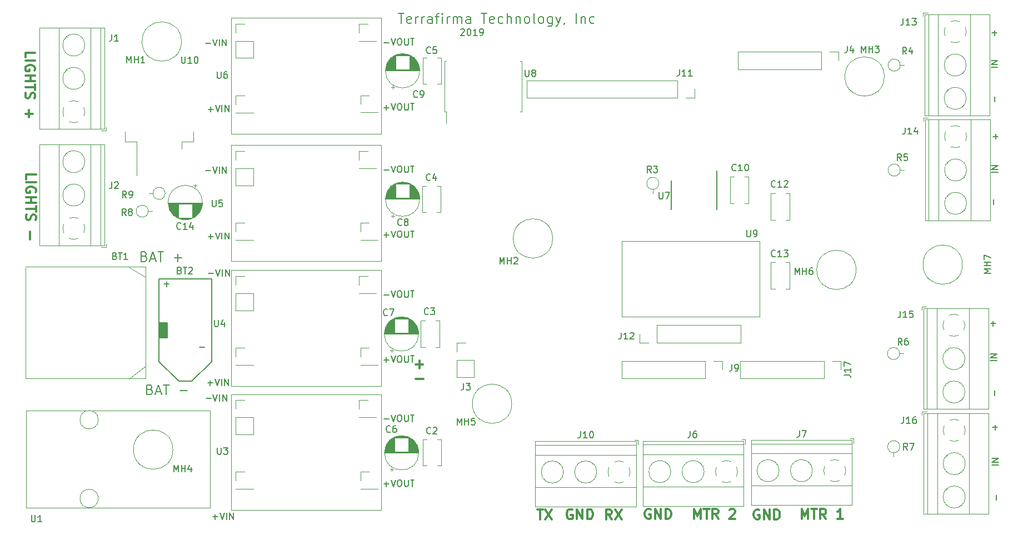
<source format=gto>
G04 #@! TF.GenerationSoftware,KiCad,Pcbnew,(5.1.4-0-10_14)*
G04 #@! TF.CreationDate,2019-12-13T09:04:00-05:00*
G04 #@! TF.ProjectId,Robot,526f626f-742e-46b6-9963-61645f706362,rev?*
G04 #@! TF.SameCoordinates,Original*
G04 #@! TF.FileFunction,Legend,Top*
G04 #@! TF.FilePolarity,Positive*
%FSLAX46Y46*%
G04 Gerber Fmt 4.6, Leading zero omitted, Abs format (unit mm)*
G04 Created by KiCad (PCBNEW (5.1.4-0-10_14)) date 2019-12-13 09:04:00*
%MOMM*%
%LPD*%
G04 APERTURE LIST*
%ADD10C,0.150000*%
%ADD11C,0.300000*%
%ADD12C,0.120000*%
G04 APERTURE END LIST*
D10*
X2969234Y11242600D02*
X3016853Y11290220D01*
X3112091Y11337839D01*
X3350186Y11337839D01*
X3445424Y11290220D01*
X3493043Y11242600D01*
X3540662Y11147362D01*
X3540662Y11052124D01*
X3493043Y10909267D01*
X2921615Y10337839D01*
X3540662Y10337839D01*
X4159710Y11337839D02*
X4254948Y11337839D01*
X4350186Y11290220D01*
X4397805Y11242600D01*
X4445424Y11147362D01*
X4493043Y10956886D01*
X4493043Y10718791D01*
X4445424Y10528315D01*
X4397805Y10433077D01*
X4350186Y10385458D01*
X4254948Y10337839D01*
X4159710Y10337839D01*
X4064472Y10385458D01*
X4016853Y10433077D01*
X3969234Y10528315D01*
X3921615Y10718791D01*
X3921615Y10956886D01*
X3969234Y11147362D01*
X4016853Y11242600D01*
X4064472Y11290220D01*
X4159710Y11337839D01*
X5445424Y10337839D02*
X4873996Y10337839D01*
X5159710Y10337839D02*
X5159710Y11337839D01*
X5064472Y11194981D01*
X4969234Y11099743D01*
X4873996Y11052124D01*
X5921615Y10337839D02*
X6112091Y10337839D01*
X6207329Y10385458D01*
X6254948Y10433077D01*
X6350186Y10575934D01*
X6397805Y10766410D01*
X6397805Y11147362D01*
X6350186Y11242600D01*
X6302567Y11290220D01*
X6207329Y11337839D01*
X6016853Y11337839D01*
X5921615Y11290220D01*
X5873996Y11242600D01*
X5826377Y11147362D01*
X5826377Y10909267D01*
X5873996Y10814029D01*
X5921615Y10766410D01*
X6016853Y10718791D01*
X6207329Y10718791D01*
X6302567Y10766410D01*
X6350186Y10814029D01*
X6397805Y10909267D01*
X-6549420Y13706848D02*
X-5692277Y13706848D01*
X-6120848Y12206848D02*
X-6120848Y13706848D01*
X-4620848Y12278277D02*
X-4763705Y12206848D01*
X-5049420Y12206848D01*
X-5192277Y12278277D01*
X-5263705Y12421134D01*
X-5263705Y12992562D01*
X-5192277Y13135420D01*
X-5049420Y13206848D01*
X-4763705Y13206848D01*
X-4620848Y13135420D01*
X-4549420Y12992562D01*
X-4549420Y12849705D01*
X-5263705Y12706848D01*
X-3906562Y12206848D02*
X-3906562Y13206848D01*
X-3906562Y12921134D02*
X-3835134Y13063991D01*
X-3763705Y13135420D01*
X-3620848Y13206848D01*
X-3477991Y13206848D01*
X-2977991Y12206848D02*
X-2977991Y13206848D01*
X-2977991Y12921134D02*
X-2906562Y13063991D01*
X-2835134Y13135420D01*
X-2692277Y13206848D01*
X-2549420Y13206848D01*
X-1406562Y12206848D02*
X-1406562Y12992562D01*
X-1477991Y13135420D01*
X-1620848Y13206848D01*
X-1906562Y13206848D01*
X-2049420Y13135420D01*
X-1406562Y12278277D02*
X-1549420Y12206848D01*
X-1906562Y12206848D01*
X-2049420Y12278277D01*
X-2120848Y12421134D01*
X-2120848Y12563991D01*
X-2049420Y12706848D01*
X-1906562Y12778277D01*
X-1549420Y12778277D01*
X-1406562Y12849705D01*
X-906562Y13206848D02*
X-335134Y13206848D01*
X-692277Y12206848D02*
X-692277Y13492562D01*
X-620848Y13635420D01*
X-477991Y13706848D01*
X-335134Y13706848D01*
X164865Y12206848D02*
X164865Y13206848D01*
X164865Y13706848D02*
X93437Y13635420D01*
X164865Y13563991D01*
X236294Y13635420D01*
X164865Y13706848D01*
X164865Y13563991D01*
X879151Y12206848D02*
X879151Y13206848D01*
X879151Y12921134D02*
X950580Y13063991D01*
X1022008Y13135420D01*
X1164865Y13206848D01*
X1307722Y13206848D01*
X1807722Y12206848D02*
X1807722Y13206848D01*
X1807722Y13063991D02*
X1879151Y13135420D01*
X2022008Y13206848D01*
X2236294Y13206848D01*
X2379151Y13135420D01*
X2450580Y12992562D01*
X2450580Y12206848D01*
X2450580Y12992562D02*
X2522008Y13135420D01*
X2664865Y13206848D01*
X2879151Y13206848D01*
X3022008Y13135420D01*
X3093437Y12992562D01*
X3093437Y12206848D01*
X4450580Y12206848D02*
X4450580Y12992562D01*
X4379151Y13135420D01*
X4236294Y13206848D01*
X3950580Y13206848D01*
X3807722Y13135420D01*
X4450580Y12278277D02*
X4307722Y12206848D01*
X3950580Y12206848D01*
X3807722Y12278277D01*
X3736294Y12421134D01*
X3736294Y12563991D01*
X3807722Y12706848D01*
X3950580Y12778277D01*
X4307722Y12778277D01*
X4450580Y12849705D01*
X6093437Y13706848D02*
X6950580Y13706848D01*
X6522008Y12206848D02*
X6522008Y13706848D01*
X8022008Y12278277D02*
X7879151Y12206848D01*
X7593437Y12206848D01*
X7450579Y12278277D01*
X7379151Y12421134D01*
X7379151Y12992562D01*
X7450579Y13135420D01*
X7593437Y13206848D01*
X7879151Y13206848D01*
X8022008Y13135420D01*
X8093437Y12992562D01*
X8093437Y12849705D01*
X7379151Y12706848D01*
X9379151Y12278277D02*
X9236294Y12206848D01*
X8950579Y12206848D01*
X8807722Y12278277D01*
X8736294Y12349705D01*
X8664865Y12492562D01*
X8664865Y12921134D01*
X8736294Y13063991D01*
X8807722Y13135420D01*
X8950579Y13206848D01*
X9236294Y13206848D01*
X9379151Y13135420D01*
X10022008Y12206848D02*
X10022008Y13706848D01*
X10664865Y12206848D02*
X10664865Y12992562D01*
X10593437Y13135420D01*
X10450580Y13206848D01*
X10236294Y13206848D01*
X10093437Y13135420D01*
X10022008Y13063991D01*
X11379151Y13206848D02*
X11379151Y12206848D01*
X11379151Y13063991D02*
X11450580Y13135420D01*
X11593437Y13206848D01*
X11807722Y13206848D01*
X11950580Y13135420D01*
X12022008Y12992562D01*
X12022008Y12206848D01*
X12950580Y12206848D02*
X12807722Y12278277D01*
X12736294Y12349705D01*
X12664865Y12492562D01*
X12664865Y12921134D01*
X12736294Y13063991D01*
X12807722Y13135420D01*
X12950580Y13206848D01*
X13164865Y13206848D01*
X13307722Y13135420D01*
X13379151Y13063991D01*
X13450580Y12921134D01*
X13450580Y12492562D01*
X13379151Y12349705D01*
X13307722Y12278277D01*
X13164865Y12206848D01*
X12950580Y12206848D01*
X14307722Y12206848D02*
X14164865Y12278277D01*
X14093437Y12421134D01*
X14093437Y13706848D01*
X15093437Y12206848D02*
X14950580Y12278277D01*
X14879151Y12349705D01*
X14807722Y12492562D01*
X14807722Y12921134D01*
X14879151Y13063991D01*
X14950580Y13135420D01*
X15093437Y13206848D01*
X15307722Y13206848D01*
X15450580Y13135420D01*
X15522008Y13063991D01*
X15593437Y12921134D01*
X15593437Y12492562D01*
X15522008Y12349705D01*
X15450580Y12278277D01*
X15307722Y12206848D01*
X15093437Y12206848D01*
X16879151Y13206848D02*
X16879151Y11992562D01*
X16807722Y11849705D01*
X16736294Y11778277D01*
X16593437Y11706848D01*
X16379151Y11706848D01*
X16236294Y11778277D01*
X16879151Y12278277D02*
X16736294Y12206848D01*
X16450580Y12206848D01*
X16307722Y12278277D01*
X16236294Y12349705D01*
X16164865Y12492562D01*
X16164865Y12921134D01*
X16236294Y13063991D01*
X16307722Y13135420D01*
X16450580Y13206848D01*
X16736294Y13206848D01*
X16879151Y13135420D01*
X17450580Y13206848D02*
X17807722Y12206848D01*
X18164865Y13206848D02*
X17807722Y12206848D01*
X17664865Y11849705D01*
X17593437Y11778277D01*
X17450580Y11706848D01*
X18807722Y12278277D02*
X18807722Y12206848D01*
X18736294Y12063991D01*
X18664865Y11992562D01*
X20593437Y12206848D02*
X20593437Y13706848D01*
X21307722Y13206848D02*
X21307722Y12206848D01*
X21307722Y13063991D02*
X21379151Y13135420D01*
X21522008Y13206848D01*
X21736294Y13206848D01*
X21879151Y13135420D01*
X21950580Y12992562D01*
X21950580Y12206848D01*
X23307722Y12278277D02*
X23164865Y12206848D01*
X22879151Y12206848D01*
X22736294Y12278277D01*
X22664865Y12349705D01*
X22593437Y12492562D01*
X22593437Y12921134D01*
X22664865Y13063991D01*
X22736294Y13135420D01*
X22879151Y13206848D01*
X23164865Y13206848D01*
X23307722Y13135420D01*
X84310008Y213407D02*
X84310008Y975312D01*
X83929047Y10718571D02*
X84690952Y10718571D01*
X84310000Y10337619D02*
X84310000Y11099523D01*
X84762380Y5456190D02*
X83762380Y5456190D01*
X84762380Y5932380D02*
X83762380Y5932380D01*
X84762380Y6503809D01*
X83762380Y6503809D01*
X84059047Y-5061428D02*
X84820952Y-5061428D01*
X84440000Y-5442380D02*
X84440000Y-4680476D01*
X84812380Y-10533809D02*
X83812380Y-10533809D01*
X84812380Y-10057619D02*
X83812380Y-10057619D01*
X84812380Y-9486190D01*
X83812380Y-9486190D01*
X84167768Y-15392352D02*
X84167768Y-14630447D01*
X83707767Y-33551168D02*
X84469672Y-33551168D01*
X84088720Y-33932120D02*
X84088720Y-33170216D01*
X84614760Y-39241029D02*
X83614760Y-39241029D01*
X84614760Y-38764839D02*
X83614760Y-38764839D01*
X84614760Y-38193410D01*
X83614760Y-38193410D01*
X84289688Y-44521072D02*
X84289688Y-43759167D01*
X83997327Y-49393148D02*
X84759232Y-49393148D01*
X84378280Y-49774100D02*
X84378280Y-49012196D01*
X84873840Y-55171909D02*
X83873840Y-55171909D01*
X84873840Y-54695719D02*
X83873840Y-54695719D01*
X84873840Y-54124290D01*
X83873840Y-54124290D01*
X84538608Y-60441792D02*
X84538608Y-59679887D01*
D11*
X-2763591Y-42050162D02*
X-3906448Y-42050162D01*
X-2783911Y-39809882D02*
X-3926768Y-39809882D01*
X-3355340Y-40381311D02*
X-3355340Y-39238454D01*
X54896297Y-63365771D02*
X54896297Y-61865771D01*
X55396297Y-62937200D01*
X55896297Y-61865771D01*
X55896297Y-63365771D01*
X56396297Y-61865771D02*
X57253440Y-61865771D01*
X56824868Y-63365771D02*
X56824868Y-61865771D01*
X58610582Y-63365771D02*
X58110582Y-62651485D01*
X57753440Y-63365771D02*
X57753440Y-61865771D01*
X58324868Y-61865771D01*
X58467725Y-61937200D01*
X58539154Y-62008628D01*
X58610582Y-62151485D01*
X58610582Y-62365771D01*
X58539154Y-62508628D01*
X58467725Y-62580057D01*
X58324868Y-62651485D01*
X57753440Y-62651485D01*
X61182011Y-63365771D02*
X60324868Y-63365771D01*
X60753440Y-63365771D02*
X60753440Y-61865771D01*
X60610582Y-62080057D01*
X60467725Y-62222914D01*
X60324868Y-62294342D01*
X48443022Y-61985460D02*
X48300165Y-61914031D01*
X48085880Y-61914031D01*
X47871594Y-61985460D01*
X47728737Y-62128317D01*
X47657308Y-62271174D01*
X47585880Y-62556888D01*
X47585880Y-62771174D01*
X47657308Y-63056888D01*
X47728737Y-63199745D01*
X47871594Y-63342602D01*
X48085880Y-63414031D01*
X48228737Y-63414031D01*
X48443022Y-63342602D01*
X48514451Y-63271174D01*
X48514451Y-62771174D01*
X48228737Y-62771174D01*
X49157308Y-63414031D02*
X49157308Y-61914031D01*
X50014451Y-63414031D01*
X50014451Y-61914031D01*
X50728737Y-63414031D02*
X50728737Y-61914031D01*
X51085880Y-61914031D01*
X51300165Y-61985460D01*
X51443022Y-62128317D01*
X51514451Y-62271174D01*
X51585880Y-62556888D01*
X51585880Y-62771174D01*
X51514451Y-63056888D01*
X51443022Y-63199745D01*
X51300165Y-63342602D01*
X51085880Y-63414031D01*
X50728737Y-63414031D01*
X38485357Y-63330211D02*
X38485357Y-61830211D01*
X38985357Y-62901640D01*
X39485357Y-61830211D01*
X39485357Y-63330211D01*
X39985357Y-61830211D02*
X40842500Y-61830211D01*
X40413928Y-63330211D02*
X40413928Y-61830211D01*
X42199642Y-63330211D02*
X41699642Y-62615925D01*
X41342500Y-63330211D02*
X41342500Y-61830211D01*
X41913928Y-61830211D01*
X42056785Y-61901640D01*
X42128214Y-61973068D01*
X42199642Y-62115925D01*
X42199642Y-62330211D01*
X42128214Y-62473068D01*
X42056785Y-62544497D01*
X41913928Y-62615925D01*
X41342500Y-62615925D01*
X43913928Y-61973068D02*
X43985357Y-61901640D01*
X44128214Y-61830211D01*
X44485357Y-61830211D01*
X44628214Y-61901640D01*
X44699642Y-61973068D01*
X44771071Y-62115925D01*
X44771071Y-62258782D01*
X44699642Y-62473068D01*
X43842500Y-63330211D01*
X44771071Y-63330211D01*
X31869522Y-61916880D02*
X31726665Y-61845451D01*
X31512380Y-61845451D01*
X31298094Y-61916880D01*
X31155237Y-62059737D01*
X31083808Y-62202594D01*
X31012380Y-62488308D01*
X31012380Y-62702594D01*
X31083808Y-62988308D01*
X31155237Y-63131165D01*
X31298094Y-63274022D01*
X31512380Y-63345451D01*
X31655237Y-63345451D01*
X31869522Y-63274022D01*
X31940951Y-63202594D01*
X31940951Y-62702594D01*
X31655237Y-62702594D01*
X32583808Y-63345451D02*
X32583808Y-61845451D01*
X33440951Y-63345451D01*
X33440951Y-61845451D01*
X34155237Y-63345451D02*
X34155237Y-61845451D01*
X34512380Y-61845451D01*
X34726665Y-61916880D01*
X34869522Y-62059737D01*
X34940951Y-62202594D01*
X35012380Y-62488308D01*
X35012380Y-62702594D01*
X34940951Y-62988308D01*
X34869522Y-63131165D01*
X34726665Y-63274022D01*
X34512380Y-63345451D01*
X34155237Y-63345451D01*
X25978040Y-63419111D02*
X25478040Y-62704825D01*
X25120897Y-63419111D02*
X25120897Y-61919111D01*
X25692325Y-61919111D01*
X25835182Y-61990540D01*
X25906611Y-62061968D01*
X25978040Y-62204825D01*
X25978040Y-62419111D01*
X25906611Y-62561968D01*
X25835182Y-62633397D01*
X25692325Y-62704825D01*
X25120897Y-62704825D01*
X26478040Y-61919111D02*
X27478040Y-63419111D01*
X27478040Y-61919111D02*
X26478040Y-63419111D01*
X19956922Y-61954980D02*
X19814065Y-61883551D01*
X19599780Y-61883551D01*
X19385494Y-61954980D01*
X19242637Y-62097837D01*
X19171208Y-62240694D01*
X19099780Y-62526408D01*
X19099780Y-62740694D01*
X19171208Y-63026408D01*
X19242637Y-63169265D01*
X19385494Y-63312122D01*
X19599780Y-63383551D01*
X19742637Y-63383551D01*
X19956922Y-63312122D01*
X20028351Y-63240694D01*
X20028351Y-62740694D01*
X19742637Y-62740694D01*
X20671208Y-63383551D02*
X20671208Y-61883551D01*
X21528351Y-63383551D01*
X21528351Y-61883551D01*
X22242637Y-63383551D02*
X22242637Y-61883551D01*
X22599780Y-61883551D01*
X22814065Y-61954980D01*
X22956922Y-62097837D01*
X23028351Y-62240694D01*
X23099780Y-62526408D01*
X23099780Y-62740694D01*
X23028351Y-63026408D01*
X22956922Y-63169265D01*
X22814065Y-63312122D01*
X22599780Y-63383551D01*
X22242637Y-63383551D01*
X14612762Y-61954671D02*
X15469905Y-61954671D01*
X15041334Y-63454671D02*
X15041334Y-61954671D01*
X15827048Y-61954671D02*
X16827048Y-63454671D01*
X16827048Y-61954671D02*
X15827048Y-63454671D01*
D10*
X-45267142Y-23342857D02*
X-45052857Y-23414285D01*
X-44981428Y-23485714D01*
X-44910000Y-23628571D01*
X-44910000Y-23842857D01*
X-44981428Y-23985714D01*
X-45052857Y-24057142D01*
X-45195714Y-24128571D01*
X-45767142Y-24128571D01*
X-45767142Y-22628571D01*
X-45267142Y-22628571D01*
X-45124285Y-22700000D01*
X-45052857Y-22771428D01*
X-44981428Y-22914285D01*
X-44981428Y-23057142D01*
X-45052857Y-23200000D01*
X-45124285Y-23271428D01*
X-45267142Y-23342857D01*
X-45767142Y-23342857D01*
X-44338571Y-23700000D02*
X-43624285Y-23700000D01*
X-44481428Y-24128571D02*
X-43981428Y-22628571D01*
X-43481428Y-24128571D01*
X-43195714Y-22628571D02*
X-42338571Y-22628571D01*
X-42767142Y-24128571D02*
X-42767142Y-22628571D01*
X-40695714Y-23557142D02*
X-39552857Y-23557142D01*
X-40124285Y-24128571D02*
X-40124285Y-22985714D01*
X-44387142Y-43622857D02*
X-44172857Y-43694285D01*
X-44101428Y-43765714D01*
X-44030000Y-43908571D01*
X-44030000Y-44122857D01*
X-44101428Y-44265714D01*
X-44172857Y-44337142D01*
X-44315714Y-44408571D01*
X-44887142Y-44408571D01*
X-44887142Y-42908571D01*
X-44387142Y-42908571D01*
X-44244285Y-42980000D01*
X-44172857Y-43051428D01*
X-44101428Y-43194285D01*
X-44101428Y-43337142D01*
X-44172857Y-43480000D01*
X-44244285Y-43551428D01*
X-44387142Y-43622857D01*
X-44887142Y-43622857D01*
X-43458571Y-43980000D02*
X-42744285Y-43980000D01*
X-43601428Y-44408571D02*
X-43101428Y-42908571D01*
X-42601428Y-44408571D01*
X-42315714Y-42908571D02*
X-41458571Y-42908571D01*
X-41887142Y-44408571D02*
X-41887142Y-42908571D01*
X-39815714Y-43837142D02*
X-38672857Y-43837142D01*
D11*
X-63278571Y-11585714D02*
X-63278571Y-10871428D01*
X-61778571Y-10871428D01*
X-63278571Y-12085714D02*
X-61778571Y-12085714D01*
X-61850000Y-13585714D02*
X-61778571Y-13442857D01*
X-61778571Y-13228571D01*
X-61850000Y-13014285D01*
X-61992857Y-12871428D01*
X-62135714Y-12800000D01*
X-62421428Y-12728571D01*
X-62635714Y-12728571D01*
X-62921428Y-12800000D01*
X-63064285Y-12871428D01*
X-63207142Y-13014285D01*
X-63278571Y-13228571D01*
X-63278571Y-13371428D01*
X-63207142Y-13585714D01*
X-63135714Y-13657142D01*
X-62635714Y-13657142D01*
X-62635714Y-13371428D01*
X-63278571Y-14300000D02*
X-61778571Y-14300000D01*
X-62492857Y-14300000D02*
X-62492857Y-15157142D01*
X-63278571Y-15157142D02*
X-61778571Y-15157142D01*
X-61778571Y-15657142D02*
X-61778571Y-16514285D01*
X-63278571Y-16085714D02*
X-61778571Y-16085714D01*
X-63207142Y-16942857D02*
X-63278571Y-17157142D01*
X-63278571Y-17514285D01*
X-63207142Y-17657142D01*
X-63135714Y-17728571D01*
X-62992857Y-17800000D01*
X-62850000Y-17800000D01*
X-62707142Y-17728571D01*
X-62635714Y-17657142D01*
X-62564285Y-17514285D01*
X-62492857Y-17228571D01*
X-62421428Y-17085714D01*
X-62350000Y-17014285D01*
X-62207142Y-16942857D01*
X-62064285Y-16942857D01*
X-61921428Y-17014285D01*
X-61850000Y-17085714D01*
X-61778571Y-17228571D01*
X-61778571Y-17585714D01*
X-61850000Y-17800000D01*
X-62707142Y-19585714D02*
X-62707142Y-20728571D01*
X-63378571Y6964285D02*
X-63378571Y7678571D01*
X-61878571Y7678571D01*
X-63378571Y6464285D02*
X-61878571Y6464285D01*
X-61950000Y4964285D02*
X-61878571Y5107142D01*
X-61878571Y5321428D01*
X-61950000Y5535714D01*
X-62092857Y5678571D01*
X-62235714Y5750000D01*
X-62521428Y5821428D01*
X-62735714Y5821428D01*
X-63021428Y5750000D01*
X-63164285Y5678571D01*
X-63307142Y5535714D01*
X-63378571Y5321428D01*
X-63378571Y5178571D01*
X-63307142Y4964285D01*
X-63235714Y4892857D01*
X-62735714Y4892857D01*
X-62735714Y5178571D01*
X-63378571Y4250000D02*
X-61878571Y4250000D01*
X-62592857Y4250000D02*
X-62592857Y3392857D01*
X-63378571Y3392857D02*
X-61878571Y3392857D01*
X-61878571Y2892857D02*
X-61878571Y2035714D01*
X-63378571Y2464285D02*
X-61878571Y2464285D01*
X-63307142Y1607142D02*
X-63378571Y1392857D01*
X-63378571Y1035714D01*
X-63307142Y892857D01*
X-63235714Y821428D01*
X-63092857Y750000D01*
X-62950000Y750000D01*
X-62807142Y821428D01*
X-62735714Y892857D01*
X-62664285Y1035714D01*
X-62592857Y1321428D01*
X-62521428Y1464285D01*
X-62450000Y1535714D01*
X-62307142Y1607142D01*
X-62164285Y1607142D01*
X-62021428Y1535714D01*
X-61950000Y1464285D01*
X-61878571Y1321428D01*
X-61878571Y964285D01*
X-61950000Y749999D01*
X-62807142Y-1035714D02*
X-62807142Y-2178571D01*
X-63378571Y-1607142D02*
X-62235714Y-1607142D01*
D12*
X79400000Y-24600000D02*
G75*
G03X79400000Y-24600000I-3000000J0D01*
G01*
X60890000Y-39270000D02*
X60890000Y-40600000D01*
X59560000Y-39270000D02*
X60890000Y-39270000D01*
X58290000Y-39270000D02*
X58290000Y-41930000D01*
X58290000Y-41930000D02*
X45530000Y-41930000D01*
X58290000Y-39270000D02*
X45530000Y-39270000D01*
X45530000Y-39270000D02*
X45530000Y-41930000D01*
X2344000Y-41749000D02*
X5004000Y-41749000D01*
X2344000Y-39149000D02*
X2344000Y-41749000D01*
X5004000Y-39149000D02*
X5004000Y-41749000D01*
X2344000Y-39149000D02*
X5004000Y-39149000D01*
X2344000Y-37879000D02*
X2344000Y-36549000D01*
X2344000Y-36549000D02*
X3674000Y-36549000D01*
X-52260000Y-48240000D02*
G75*
G03X-52260000Y-48240000I-1400000J0D01*
G01*
X-52260000Y-60240000D02*
G75*
G03X-52260000Y-60240000I-1400000J0D01*
G01*
X-35260000Y-61640000D02*
X-63260000Y-61640000D01*
X-63260000Y-61640000D02*
X-63260000Y-46840000D01*
X-63260000Y-46840000D02*
X-35260000Y-46840000D01*
X-35260000Y-46840000D02*
X-35260000Y-61640000D01*
D10*
X-34990000Y-26760000D02*
X-42990000Y-26760000D01*
X-42990000Y-39380000D02*
X-42990000Y-26760000D01*
X-37990000Y-42380000D02*
X-39990000Y-42380000D01*
X-34990000Y-26760000D02*
X-34990000Y-39380000D01*
X-34990000Y-39380000D02*
X-37990000Y-42380000D01*
X-39990000Y-42380000D02*
X-42990000Y-39380000D01*
G36*
X-42927000Y-35713000D02*
G01*
X-41784000Y-35713000D01*
X-41784000Y-33427000D01*
X-42927000Y-33427000D01*
X-42927000Y-35713000D01*
G37*
X-42927000Y-35713000D02*
X-41784000Y-35713000D01*
X-41784000Y-33427000D01*
X-42927000Y-33427000D01*
X-42927000Y-35713000D01*
D12*
X-47590000Y-42030000D02*
X-45090000Y-40030000D01*
X-47590000Y-25030000D02*
X-45090000Y-26530000D01*
X-63338000Y-25077000D02*
X-63338000Y-41968000D01*
X-45050000Y-41968000D02*
X-45050000Y-24950000D01*
X-63338000Y-41968000D02*
X-45050000Y-41968000D01*
X-45050000Y-24950000D02*
X-63338000Y-24950000D01*
X16960000Y-20610000D02*
G75*
G03X16960000Y-20610000I-3000000J0D01*
G01*
X-39595000Y-5870000D02*
X-39595000Y-6970000D01*
X-37785000Y-5870000D02*
X-39595000Y-5870000D01*
X-37785000Y-4370000D02*
X-37785000Y-5870000D01*
X-46375000Y-5870000D02*
X-46375000Y-10995000D01*
X-48185000Y-5870000D02*
X-46375000Y-5870000D01*
X-48185000Y-4370000D02*
X-48185000Y-5870000D01*
X-43920000Y-13750000D02*
X-44540000Y-13750000D01*
X-42080000Y-13750000D02*
G75*
G03X-42080000Y-13750000I-920000J0D01*
G01*
X-44650000Y-16450000D02*
X-44030000Y-16450000D01*
X-44650000Y-16450000D02*
G75*
G03X-44650000Y-16450000I-920000J0D01*
G01*
X-37295000Y-12585225D02*
X-37795000Y-12585225D01*
X-37545000Y-12335225D02*
X-37545000Y-12835225D01*
X-38736000Y-17741000D02*
X-39304000Y-17741000D01*
X-38502000Y-17701000D02*
X-39538000Y-17701000D01*
X-38343000Y-17661000D02*
X-39697000Y-17661000D01*
X-38215000Y-17621000D02*
X-39825000Y-17621000D01*
X-38105000Y-17581000D02*
X-39935000Y-17581000D01*
X-38009000Y-17541000D02*
X-40031000Y-17541000D01*
X-37922000Y-17501000D02*
X-40118000Y-17501000D01*
X-37842000Y-17461000D02*
X-40198000Y-17461000D01*
X-40060000Y-17421000D02*
X-40271000Y-17421000D01*
X-37769000Y-17421000D02*
X-37980000Y-17421000D01*
X-40060000Y-17381000D02*
X-40339000Y-17381000D01*
X-37701000Y-17381000D02*
X-37980000Y-17381000D01*
X-40060000Y-17341000D02*
X-40403000Y-17341000D01*
X-37637000Y-17341000D02*
X-37980000Y-17341000D01*
X-40060000Y-17301000D02*
X-40463000Y-17301000D01*
X-37577000Y-17301000D02*
X-37980000Y-17301000D01*
X-40060000Y-17261000D02*
X-40520000Y-17261000D01*
X-37520000Y-17261000D02*
X-37980000Y-17261000D01*
X-40060000Y-17221000D02*
X-40574000Y-17221000D01*
X-37466000Y-17221000D02*
X-37980000Y-17221000D01*
X-40060000Y-17181000D02*
X-40625000Y-17181000D01*
X-37415000Y-17181000D02*
X-37980000Y-17181000D01*
X-40060000Y-17141000D02*
X-40673000Y-17141000D01*
X-37367000Y-17141000D02*
X-37980000Y-17141000D01*
X-40060000Y-17101000D02*
X-40719000Y-17101000D01*
X-37321000Y-17101000D02*
X-37980000Y-17101000D01*
X-40060000Y-17061000D02*
X-40763000Y-17061000D01*
X-37277000Y-17061000D02*
X-37980000Y-17061000D01*
X-40060000Y-17021000D02*
X-40805000Y-17021000D01*
X-37235000Y-17021000D02*
X-37980000Y-17021000D01*
X-40060000Y-16981000D02*
X-40846000Y-16981000D01*
X-37194000Y-16981000D02*
X-37980000Y-16981000D01*
X-40060000Y-16941000D02*
X-40884000Y-16941000D01*
X-37156000Y-16941000D02*
X-37980000Y-16941000D01*
X-40060000Y-16901000D02*
X-40921000Y-16901000D01*
X-37119000Y-16901000D02*
X-37980000Y-16901000D01*
X-40060000Y-16861000D02*
X-40957000Y-16861000D01*
X-37083000Y-16861000D02*
X-37980000Y-16861000D01*
X-40060000Y-16821000D02*
X-40991000Y-16821000D01*
X-37049000Y-16821000D02*
X-37980000Y-16821000D01*
X-40060000Y-16781000D02*
X-41024000Y-16781000D01*
X-37016000Y-16781000D02*
X-37980000Y-16781000D01*
X-40060000Y-16741000D02*
X-41055000Y-16741000D01*
X-36985000Y-16741000D02*
X-37980000Y-16741000D01*
X-40060000Y-16701000D02*
X-41085000Y-16701000D01*
X-36955000Y-16701000D02*
X-37980000Y-16701000D01*
X-40060000Y-16661000D02*
X-41115000Y-16661000D01*
X-36925000Y-16661000D02*
X-37980000Y-16661000D01*
X-40060000Y-16621000D02*
X-41142000Y-16621000D01*
X-36898000Y-16621000D02*
X-37980000Y-16621000D01*
X-40060000Y-16581000D02*
X-41169000Y-16581000D01*
X-36871000Y-16581000D02*
X-37980000Y-16581000D01*
X-40060000Y-16541000D02*
X-41195000Y-16541000D01*
X-36845000Y-16541000D02*
X-37980000Y-16541000D01*
X-40060000Y-16501000D02*
X-41220000Y-16501000D01*
X-36820000Y-16501000D02*
X-37980000Y-16501000D01*
X-40060000Y-16461000D02*
X-41244000Y-16461000D01*
X-36796000Y-16461000D02*
X-37980000Y-16461000D01*
X-40060000Y-16421000D02*
X-41267000Y-16421000D01*
X-36773000Y-16421000D02*
X-37980000Y-16421000D01*
X-40060000Y-16381000D02*
X-41288000Y-16381000D01*
X-36752000Y-16381000D02*
X-37980000Y-16381000D01*
X-40060000Y-16341000D02*
X-41310000Y-16341000D01*
X-36730000Y-16341000D02*
X-37980000Y-16341000D01*
X-40060000Y-16301000D02*
X-41330000Y-16301000D01*
X-36710000Y-16301000D02*
X-37980000Y-16301000D01*
X-40060000Y-16261000D02*
X-41349000Y-16261000D01*
X-36691000Y-16261000D02*
X-37980000Y-16261000D01*
X-40060000Y-16221000D02*
X-41368000Y-16221000D01*
X-36672000Y-16221000D02*
X-37980000Y-16221000D01*
X-40060000Y-16181000D02*
X-41385000Y-16181000D01*
X-36655000Y-16181000D02*
X-37980000Y-16181000D01*
X-40060000Y-16141000D02*
X-41402000Y-16141000D01*
X-36638000Y-16141000D02*
X-37980000Y-16141000D01*
X-40060000Y-16101000D02*
X-41418000Y-16101000D01*
X-36622000Y-16101000D02*
X-37980000Y-16101000D01*
X-40060000Y-16061000D02*
X-41434000Y-16061000D01*
X-36606000Y-16061000D02*
X-37980000Y-16061000D01*
X-40060000Y-16021000D02*
X-41448000Y-16021000D01*
X-36592000Y-16021000D02*
X-37980000Y-16021000D01*
X-40060000Y-15981000D02*
X-41462000Y-15981000D01*
X-36578000Y-15981000D02*
X-37980000Y-15981000D01*
X-40060000Y-15941000D02*
X-41475000Y-15941000D01*
X-36565000Y-15941000D02*
X-37980000Y-15941000D01*
X-40060000Y-15901000D02*
X-41488000Y-15901000D01*
X-36552000Y-15901000D02*
X-37980000Y-15901000D01*
X-40060000Y-15861000D02*
X-41500000Y-15861000D01*
X-36540000Y-15861000D02*
X-37980000Y-15861000D01*
X-40060000Y-15820000D02*
X-41511000Y-15820000D01*
X-36529000Y-15820000D02*
X-37980000Y-15820000D01*
X-40060000Y-15780000D02*
X-41521000Y-15780000D01*
X-36519000Y-15780000D02*
X-37980000Y-15780000D01*
X-40060000Y-15740000D02*
X-41531000Y-15740000D01*
X-36509000Y-15740000D02*
X-37980000Y-15740000D01*
X-40060000Y-15700000D02*
X-41540000Y-15700000D01*
X-36500000Y-15700000D02*
X-37980000Y-15700000D01*
X-40060000Y-15660000D02*
X-41548000Y-15660000D01*
X-36492000Y-15660000D02*
X-37980000Y-15660000D01*
X-40060000Y-15620000D02*
X-41556000Y-15620000D01*
X-36484000Y-15620000D02*
X-37980000Y-15620000D01*
X-40060000Y-15580000D02*
X-41563000Y-15580000D01*
X-36477000Y-15580000D02*
X-37980000Y-15580000D01*
X-40060000Y-15540000D02*
X-41570000Y-15540000D01*
X-36470000Y-15540000D02*
X-37980000Y-15540000D01*
X-40060000Y-15500000D02*
X-41576000Y-15500000D01*
X-36464000Y-15500000D02*
X-37980000Y-15500000D01*
X-40060000Y-15460000D02*
X-41581000Y-15460000D01*
X-36459000Y-15460000D02*
X-37980000Y-15460000D01*
X-40060000Y-15420000D02*
X-41585000Y-15420000D01*
X-36455000Y-15420000D02*
X-37980000Y-15420000D01*
X-40060000Y-15380000D02*
X-41589000Y-15380000D01*
X-36451000Y-15380000D02*
X-37980000Y-15380000D01*
X-36447000Y-15340000D02*
X-41593000Y-15340000D01*
X-36444000Y-15300000D02*
X-41596000Y-15300000D01*
X-36442000Y-15260000D02*
X-41598000Y-15260000D01*
X-36441000Y-15220000D02*
X-41599000Y-15220000D01*
X-36440000Y-15180000D02*
X-41600000Y-15180000D01*
X-36440000Y-15140000D02*
X-41600000Y-15140000D01*
X-36400000Y-15140000D02*
G75*
G03X-36400000Y-15140000I-2620000J0D01*
G01*
X-40900000Y-52800000D02*
G75*
G03X-40900000Y-52800000I-3000000J0D01*
G01*
X10741920Y-45803820D02*
G75*
G03X10741920Y-45803820I-3000000J0D01*
G01*
X-39598340Y9395460D02*
G75*
G03X-39598340Y9395460I-3000000J0D01*
G01*
X67490000Y4070000D02*
G75*
G03X67490000Y4070000I-3000000J0D01*
G01*
X63200000Y-25400000D02*
G75*
G03X63200000Y-25400000I-3000000J0D01*
G01*
X-7625000Y2395225D02*
X-7125000Y2395225D01*
X-7375000Y2145225D02*
X-7375000Y2645225D01*
X-6184000Y7551000D02*
X-5616000Y7551000D01*
X-6418000Y7511000D02*
X-5382000Y7511000D01*
X-6577000Y7471000D02*
X-5223000Y7471000D01*
X-6705000Y7431000D02*
X-5095000Y7431000D01*
X-6815000Y7391000D02*
X-4985000Y7391000D01*
X-6911000Y7351000D02*
X-4889000Y7351000D01*
X-6998000Y7311000D02*
X-4802000Y7311000D01*
X-7078000Y7271000D02*
X-4722000Y7271000D01*
X-4860000Y7231000D02*
X-4649000Y7231000D01*
X-7151000Y7231000D02*
X-6940000Y7231000D01*
X-4860000Y7191000D02*
X-4581000Y7191000D01*
X-7219000Y7191000D02*
X-6940000Y7191000D01*
X-4860000Y7151000D02*
X-4517000Y7151000D01*
X-7283000Y7151000D02*
X-6940000Y7151000D01*
X-4860000Y7111000D02*
X-4457000Y7111000D01*
X-7343000Y7111000D02*
X-6940000Y7111000D01*
X-4860000Y7071000D02*
X-4400000Y7071000D01*
X-7400000Y7071000D02*
X-6940000Y7071000D01*
X-4860000Y7031000D02*
X-4346000Y7031000D01*
X-7454000Y7031000D02*
X-6940000Y7031000D01*
X-4860000Y6991000D02*
X-4295000Y6991000D01*
X-7505000Y6991000D02*
X-6940000Y6991000D01*
X-4860000Y6951000D02*
X-4247000Y6951000D01*
X-7553000Y6951000D02*
X-6940000Y6951000D01*
X-4860000Y6911000D02*
X-4201000Y6911000D01*
X-7599000Y6911000D02*
X-6940000Y6911000D01*
X-4860000Y6871000D02*
X-4157000Y6871000D01*
X-7643000Y6871000D02*
X-6940000Y6871000D01*
X-4860000Y6831000D02*
X-4115000Y6831000D01*
X-7685000Y6831000D02*
X-6940000Y6831000D01*
X-4860000Y6791000D02*
X-4074000Y6791000D01*
X-7726000Y6791000D02*
X-6940000Y6791000D01*
X-4860000Y6751000D02*
X-4036000Y6751000D01*
X-7764000Y6751000D02*
X-6940000Y6751000D01*
X-4860000Y6711000D02*
X-3999000Y6711000D01*
X-7801000Y6711000D02*
X-6940000Y6711000D01*
X-4860000Y6671000D02*
X-3963000Y6671000D01*
X-7837000Y6671000D02*
X-6940000Y6671000D01*
X-4860000Y6631000D02*
X-3929000Y6631000D01*
X-7871000Y6631000D02*
X-6940000Y6631000D01*
X-4860000Y6591000D02*
X-3896000Y6591000D01*
X-7904000Y6591000D02*
X-6940000Y6591000D01*
X-4860000Y6551000D02*
X-3865000Y6551000D01*
X-7935000Y6551000D02*
X-6940000Y6551000D01*
X-4860000Y6511000D02*
X-3835000Y6511000D01*
X-7965000Y6511000D02*
X-6940000Y6511000D01*
X-4860000Y6471000D02*
X-3805000Y6471000D01*
X-7995000Y6471000D02*
X-6940000Y6471000D01*
X-4860000Y6431000D02*
X-3778000Y6431000D01*
X-8022000Y6431000D02*
X-6940000Y6431000D01*
X-4860000Y6391000D02*
X-3751000Y6391000D01*
X-8049000Y6391000D02*
X-6940000Y6391000D01*
X-4860000Y6351000D02*
X-3725000Y6351000D01*
X-8075000Y6351000D02*
X-6940000Y6351000D01*
X-4860000Y6311000D02*
X-3700000Y6311000D01*
X-8100000Y6311000D02*
X-6940000Y6311000D01*
X-4860000Y6271000D02*
X-3676000Y6271000D01*
X-8124000Y6271000D02*
X-6940000Y6271000D01*
X-4860000Y6231000D02*
X-3653000Y6231000D01*
X-8147000Y6231000D02*
X-6940000Y6231000D01*
X-4860000Y6191000D02*
X-3632000Y6191000D01*
X-8168000Y6191000D02*
X-6940000Y6191000D01*
X-4860000Y6151000D02*
X-3610000Y6151000D01*
X-8190000Y6151000D02*
X-6940000Y6151000D01*
X-4860000Y6111000D02*
X-3590000Y6111000D01*
X-8210000Y6111000D02*
X-6940000Y6111000D01*
X-4860000Y6071000D02*
X-3571000Y6071000D01*
X-8229000Y6071000D02*
X-6940000Y6071000D01*
X-4860000Y6031000D02*
X-3552000Y6031000D01*
X-8248000Y6031000D02*
X-6940000Y6031000D01*
X-4860000Y5991000D02*
X-3535000Y5991000D01*
X-8265000Y5991000D02*
X-6940000Y5991000D01*
X-4860000Y5951000D02*
X-3518000Y5951000D01*
X-8282000Y5951000D02*
X-6940000Y5951000D01*
X-4860000Y5911000D02*
X-3502000Y5911000D01*
X-8298000Y5911000D02*
X-6940000Y5911000D01*
X-4860000Y5871000D02*
X-3486000Y5871000D01*
X-8314000Y5871000D02*
X-6940000Y5871000D01*
X-4860000Y5831000D02*
X-3472000Y5831000D01*
X-8328000Y5831000D02*
X-6940000Y5831000D01*
X-4860000Y5791000D02*
X-3458000Y5791000D01*
X-8342000Y5791000D02*
X-6940000Y5791000D01*
X-4860000Y5751000D02*
X-3445000Y5751000D01*
X-8355000Y5751000D02*
X-6940000Y5751000D01*
X-4860000Y5711000D02*
X-3432000Y5711000D01*
X-8368000Y5711000D02*
X-6940000Y5711000D01*
X-4860000Y5671000D02*
X-3420000Y5671000D01*
X-8380000Y5671000D02*
X-6940000Y5671000D01*
X-4860000Y5630000D02*
X-3409000Y5630000D01*
X-8391000Y5630000D02*
X-6940000Y5630000D01*
X-4860000Y5590000D02*
X-3399000Y5590000D01*
X-8401000Y5590000D02*
X-6940000Y5590000D01*
X-4860000Y5550000D02*
X-3389000Y5550000D01*
X-8411000Y5550000D02*
X-6940000Y5550000D01*
X-4860000Y5510000D02*
X-3380000Y5510000D01*
X-8420000Y5510000D02*
X-6940000Y5510000D01*
X-4860000Y5470000D02*
X-3372000Y5470000D01*
X-8428000Y5470000D02*
X-6940000Y5470000D01*
X-4860000Y5430000D02*
X-3364000Y5430000D01*
X-8436000Y5430000D02*
X-6940000Y5430000D01*
X-4860000Y5390000D02*
X-3357000Y5390000D01*
X-8443000Y5390000D02*
X-6940000Y5390000D01*
X-4860000Y5350000D02*
X-3350000Y5350000D01*
X-8450000Y5350000D02*
X-6940000Y5350000D01*
X-4860000Y5310000D02*
X-3344000Y5310000D01*
X-8456000Y5310000D02*
X-6940000Y5310000D01*
X-4860000Y5270000D02*
X-3339000Y5270000D01*
X-8461000Y5270000D02*
X-6940000Y5270000D01*
X-4860000Y5230000D02*
X-3335000Y5230000D01*
X-8465000Y5230000D02*
X-6940000Y5230000D01*
X-4860000Y5190000D02*
X-3331000Y5190000D01*
X-8469000Y5190000D02*
X-6940000Y5190000D01*
X-8473000Y5150000D02*
X-3327000Y5150000D01*
X-8476000Y5110000D02*
X-3324000Y5110000D01*
X-8478000Y5070000D02*
X-3322000Y5070000D01*
X-8479000Y5030000D02*
X-3321000Y5030000D01*
X-8480000Y4990000D02*
X-3320000Y4990000D01*
X-8480000Y4950000D02*
X-3320000Y4950000D01*
X-3280000Y4950000D02*
G75*
G03X-3280000Y4950000I-2620000J0D01*
G01*
X740000Y-1270000D02*
X740000Y-3085000D01*
X495000Y-1270000D02*
X740000Y-1270000D01*
X495000Y2590000D02*
X495000Y-1270000D01*
X495000Y6450000D02*
X740000Y6450000D01*
X495000Y2590000D02*
X495000Y6450000D01*
X12265000Y-1270000D02*
X12020000Y-1270000D01*
X12265000Y2590000D02*
X12265000Y-1270000D01*
X12265000Y6450000D02*
X12020000Y6450000D01*
X12265000Y2590000D02*
X12265000Y6450000D01*
X68932540Y-53277020D02*
X68932540Y-53897020D01*
X69852540Y-52357020D02*
G75*
G03X69852540Y-52357020I-920000J0D01*
G01*
X69820000Y-38150000D02*
X70440000Y-38150000D01*
X69820000Y-38150000D02*
G75*
G03X69820000Y-38150000I-920000J0D01*
G01*
X69920000Y-10200000D02*
X70540000Y-10200000D01*
X69920000Y-10200000D02*
G75*
G03X69920000Y-10200000I-920000J0D01*
G01*
X69920000Y5800000D02*
X70540000Y5800000D01*
X69920000Y5800000D02*
G75*
G03X69920000Y5800000I-920000J0D01*
G01*
D10*
X41950000Y-10250000D02*
X41950000Y-16225000D01*
X35050000Y-11775000D02*
X35050000Y-16225000D01*
D12*
X-9180000Y-2250000D02*
X-9180000Y-4663000D01*
X-32040000Y-4663000D02*
X-32040000Y-2250000D01*
X-32040000Y-4663000D02*
X-9180000Y-4663000D01*
X-32040000Y-2250000D02*
X-32040000Y12990000D01*
X-9180000Y12990000D02*
X-9180000Y-2250000D01*
X-32040000Y12990000D02*
X-9180000Y12990000D01*
X-12321400Y-1415600D02*
X-9661400Y-1415600D01*
X-12321400Y1184400D02*
X-10991400Y1184400D01*
X-12321400Y-145600D02*
X-12321400Y1184400D01*
X-31330000Y-1441000D02*
X-28670000Y-1441000D01*
X-31330000Y-171000D02*
X-31330000Y1159000D01*
X-31330000Y1159000D02*
X-30000000Y1159000D01*
X-12550000Y9480000D02*
X-9890000Y9480000D01*
X-12550000Y12080000D02*
X-11220000Y12080000D01*
X-12550000Y10750000D02*
X-12550000Y12080000D01*
X-31330000Y12080000D02*
X-30000000Y12080000D01*
X-31330000Y10750000D02*
X-31330000Y12080000D01*
X-31330000Y9480000D02*
X-28670000Y9480000D01*
X-28670000Y9480000D02*
X-28670000Y6880000D01*
X-31330000Y9480000D02*
X-31330000Y6880000D01*
X-31330000Y6880000D02*
X-28670000Y6880000D01*
X-9180000Y-21653500D02*
X-9180000Y-24066500D01*
X-32040000Y-24066500D02*
X-32040000Y-21653500D01*
X-32040000Y-24066500D02*
X-9180000Y-24066500D01*
X-32040000Y-21653500D02*
X-32040000Y-6413500D01*
X-9180000Y-6413500D02*
X-9180000Y-21653500D01*
X-32040000Y-6413500D02*
X-9180000Y-6413500D01*
X-12321400Y-20819100D02*
X-9661400Y-20819100D01*
X-12321400Y-18219100D02*
X-10991400Y-18219100D01*
X-12321400Y-19549100D02*
X-12321400Y-18219100D01*
X-31330000Y-20844500D02*
X-28670000Y-20844500D01*
X-31330000Y-19574500D02*
X-31330000Y-18244500D01*
X-31330000Y-18244500D02*
X-30000000Y-18244500D01*
X-12550000Y-9923500D02*
X-9890000Y-9923500D01*
X-12550000Y-7323500D02*
X-11220000Y-7323500D01*
X-12550000Y-8653500D02*
X-12550000Y-7323500D01*
X-31330000Y-7323500D02*
X-30000000Y-7323500D01*
X-31330000Y-8653500D02*
X-31330000Y-7323500D01*
X-31330000Y-9923500D02*
X-28670000Y-9923500D01*
X-28670000Y-9923500D02*
X-28670000Y-12523500D01*
X-31330000Y-9923500D02*
X-31330000Y-12523500D01*
X-31330000Y-12523500D02*
X-28670000Y-12523500D01*
X-9180000Y-40700000D02*
X-9180000Y-43113000D01*
X-32040000Y-43113000D02*
X-32040000Y-40700000D01*
X-32040000Y-43113000D02*
X-9180000Y-43113000D01*
X-32040000Y-40700000D02*
X-32040000Y-25460000D01*
X-9180000Y-25460000D02*
X-9180000Y-40700000D01*
X-32040000Y-25460000D02*
X-9180000Y-25460000D01*
X-12321400Y-39865600D02*
X-9661400Y-39865600D01*
X-12321400Y-37265600D02*
X-10991400Y-37265600D01*
X-12321400Y-38595600D02*
X-12321400Y-37265600D01*
X-31330000Y-39891000D02*
X-28670000Y-39891000D01*
X-31330000Y-38621000D02*
X-31330000Y-37291000D01*
X-31330000Y-37291000D02*
X-30000000Y-37291000D01*
X-12550000Y-28970000D02*
X-9890000Y-28970000D01*
X-12550000Y-26370000D02*
X-11220000Y-26370000D01*
X-12550000Y-27700000D02*
X-12550000Y-26370000D01*
X-31330000Y-26370000D02*
X-30000000Y-26370000D01*
X-31330000Y-27700000D02*
X-31330000Y-26370000D01*
X-31330000Y-28970000D02*
X-28670000Y-28970000D01*
X-28670000Y-28970000D02*
X-28670000Y-31570000D01*
X-31330000Y-28970000D02*
X-31330000Y-31570000D01*
X-31330000Y-31570000D02*
X-28670000Y-31570000D01*
X-9180000Y-59600000D02*
X-9180000Y-62013000D01*
X-32040000Y-62013000D02*
X-32040000Y-59600000D01*
X-32040000Y-62013000D02*
X-9180000Y-62013000D01*
X-32040000Y-59600000D02*
X-32040000Y-44360000D01*
X-9180000Y-44360000D02*
X-9180000Y-59600000D01*
X-32040000Y-44360000D02*
X-9180000Y-44360000D01*
X-12321400Y-58765600D02*
X-9661400Y-58765600D01*
X-12321400Y-56165600D02*
X-10991400Y-56165600D01*
X-12321400Y-57495600D02*
X-12321400Y-56165600D01*
X-31330000Y-58791000D02*
X-28670000Y-58791000D01*
X-31330000Y-57521000D02*
X-31330000Y-56191000D01*
X-31330000Y-56191000D02*
X-30000000Y-56191000D01*
X-12550000Y-47870000D02*
X-9890000Y-47870000D01*
X-12550000Y-45270000D02*
X-11220000Y-45270000D01*
X-12550000Y-46600000D02*
X-12550000Y-45270000D01*
X-31330000Y-45270000D02*
X-30000000Y-45270000D01*
X-31330000Y-46600000D02*
X-31330000Y-45270000D01*
X-31330000Y-47870000D02*
X-28670000Y-47870000D01*
X-28670000Y-47870000D02*
X-28670000Y-50470000D01*
X-31330000Y-47870000D02*
X-31330000Y-50470000D01*
X-31330000Y-50470000D02*
X-28670000Y-50470000D01*
X27500000Y-21000000D02*
X27500000Y-32500000D01*
X48500000Y-21000000D02*
X27500000Y-21000000D01*
X48500000Y-32500000D02*
X48500000Y-21000000D01*
X27500000Y-32500000D02*
X48500000Y-32500000D01*
X32222440Y-13139940D02*
X32222440Y-13759940D01*
X33142440Y-12219940D02*
G75*
G03X33142440Y-12219940I-920000J0D01*
G01*
X42831360Y-39289220D02*
X42831360Y-40619220D01*
X41501360Y-39289220D02*
X42831360Y-39289220D01*
X40231360Y-39289220D02*
X40231360Y-41949220D01*
X40231360Y-41949220D02*
X27471360Y-41949220D01*
X40231360Y-39289220D02*
X27471360Y-39289220D01*
X27471360Y-39289220D02*
X27471360Y-41949220D01*
X60530000Y7830000D02*
X60530000Y6500000D01*
X59200000Y7830000D02*
X60530000Y7830000D01*
X57930000Y7830000D02*
X57930000Y5170000D01*
X57930000Y5170000D02*
X45170000Y5170000D01*
X57930000Y7830000D02*
X45170000Y7830000D01*
X45170000Y7830000D02*
X45170000Y5170000D01*
X-7625420Y-17177235D02*
X-7125420Y-17177235D01*
X-7375420Y-17427235D02*
X-7375420Y-16927235D01*
X-6184420Y-12021460D02*
X-5616420Y-12021460D01*
X-6418420Y-12061460D02*
X-5382420Y-12061460D01*
X-6577420Y-12101460D02*
X-5223420Y-12101460D01*
X-6705420Y-12141460D02*
X-5095420Y-12141460D01*
X-6815420Y-12181460D02*
X-4985420Y-12181460D01*
X-6911420Y-12221460D02*
X-4889420Y-12221460D01*
X-6998420Y-12261460D02*
X-4802420Y-12261460D01*
X-7078420Y-12301460D02*
X-4722420Y-12301460D01*
X-4860420Y-12341460D02*
X-4649420Y-12341460D01*
X-7151420Y-12341460D02*
X-6940420Y-12341460D01*
X-4860420Y-12381460D02*
X-4581420Y-12381460D01*
X-7219420Y-12381460D02*
X-6940420Y-12381460D01*
X-4860420Y-12421460D02*
X-4517420Y-12421460D01*
X-7283420Y-12421460D02*
X-6940420Y-12421460D01*
X-4860420Y-12461460D02*
X-4457420Y-12461460D01*
X-7343420Y-12461460D02*
X-6940420Y-12461460D01*
X-4860420Y-12501460D02*
X-4400420Y-12501460D01*
X-7400420Y-12501460D02*
X-6940420Y-12501460D01*
X-4860420Y-12541460D02*
X-4346420Y-12541460D01*
X-7454420Y-12541460D02*
X-6940420Y-12541460D01*
X-4860420Y-12581460D02*
X-4295420Y-12581460D01*
X-7505420Y-12581460D02*
X-6940420Y-12581460D01*
X-4860420Y-12621460D02*
X-4247420Y-12621460D01*
X-7553420Y-12621460D02*
X-6940420Y-12621460D01*
X-4860420Y-12661460D02*
X-4201420Y-12661460D01*
X-7599420Y-12661460D02*
X-6940420Y-12661460D01*
X-4860420Y-12701460D02*
X-4157420Y-12701460D01*
X-7643420Y-12701460D02*
X-6940420Y-12701460D01*
X-4860420Y-12741460D02*
X-4115420Y-12741460D01*
X-7685420Y-12741460D02*
X-6940420Y-12741460D01*
X-4860420Y-12781460D02*
X-4074420Y-12781460D01*
X-7726420Y-12781460D02*
X-6940420Y-12781460D01*
X-4860420Y-12821460D02*
X-4036420Y-12821460D01*
X-7764420Y-12821460D02*
X-6940420Y-12821460D01*
X-4860420Y-12861460D02*
X-3999420Y-12861460D01*
X-7801420Y-12861460D02*
X-6940420Y-12861460D01*
X-4860420Y-12901460D02*
X-3963420Y-12901460D01*
X-7837420Y-12901460D02*
X-6940420Y-12901460D01*
X-4860420Y-12941460D02*
X-3929420Y-12941460D01*
X-7871420Y-12941460D02*
X-6940420Y-12941460D01*
X-4860420Y-12981460D02*
X-3896420Y-12981460D01*
X-7904420Y-12981460D02*
X-6940420Y-12981460D01*
X-4860420Y-13021460D02*
X-3865420Y-13021460D01*
X-7935420Y-13021460D02*
X-6940420Y-13021460D01*
X-4860420Y-13061460D02*
X-3835420Y-13061460D01*
X-7965420Y-13061460D02*
X-6940420Y-13061460D01*
X-4860420Y-13101460D02*
X-3805420Y-13101460D01*
X-7995420Y-13101460D02*
X-6940420Y-13101460D01*
X-4860420Y-13141460D02*
X-3778420Y-13141460D01*
X-8022420Y-13141460D02*
X-6940420Y-13141460D01*
X-4860420Y-13181460D02*
X-3751420Y-13181460D01*
X-8049420Y-13181460D02*
X-6940420Y-13181460D01*
X-4860420Y-13221460D02*
X-3725420Y-13221460D01*
X-8075420Y-13221460D02*
X-6940420Y-13221460D01*
X-4860420Y-13261460D02*
X-3700420Y-13261460D01*
X-8100420Y-13261460D02*
X-6940420Y-13261460D01*
X-4860420Y-13301460D02*
X-3676420Y-13301460D01*
X-8124420Y-13301460D02*
X-6940420Y-13301460D01*
X-4860420Y-13341460D02*
X-3653420Y-13341460D01*
X-8147420Y-13341460D02*
X-6940420Y-13341460D01*
X-4860420Y-13381460D02*
X-3632420Y-13381460D01*
X-8168420Y-13381460D02*
X-6940420Y-13381460D01*
X-4860420Y-13421460D02*
X-3610420Y-13421460D01*
X-8190420Y-13421460D02*
X-6940420Y-13421460D01*
X-4860420Y-13461460D02*
X-3590420Y-13461460D01*
X-8210420Y-13461460D02*
X-6940420Y-13461460D01*
X-4860420Y-13501460D02*
X-3571420Y-13501460D01*
X-8229420Y-13501460D02*
X-6940420Y-13501460D01*
X-4860420Y-13541460D02*
X-3552420Y-13541460D01*
X-8248420Y-13541460D02*
X-6940420Y-13541460D01*
X-4860420Y-13581460D02*
X-3535420Y-13581460D01*
X-8265420Y-13581460D02*
X-6940420Y-13581460D01*
X-4860420Y-13621460D02*
X-3518420Y-13621460D01*
X-8282420Y-13621460D02*
X-6940420Y-13621460D01*
X-4860420Y-13661460D02*
X-3502420Y-13661460D01*
X-8298420Y-13661460D02*
X-6940420Y-13661460D01*
X-4860420Y-13701460D02*
X-3486420Y-13701460D01*
X-8314420Y-13701460D02*
X-6940420Y-13701460D01*
X-4860420Y-13741460D02*
X-3472420Y-13741460D01*
X-8328420Y-13741460D02*
X-6940420Y-13741460D01*
X-4860420Y-13781460D02*
X-3458420Y-13781460D01*
X-8342420Y-13781460D02*
X-6940420Y-13781460D01*
X-4860420Y-13821460D02*
X-3445420Y-13821460D01*
X-8355420Y-13821460D02*
X-6940420Y-13821460D01*
X-4860420Y-13861460D02*
X-3432420Y-13861460D01*
X-8368420Y-13861460D02*
X-6940420Y-13861460D01*
X-4860420Y-13901460D02*
X-3420420Y-13901460D01*
X-8380420Y-13901460D02*
X-6940420Y-13901460D01*
X-4860420Y-13942460D02*
X-3409420Y-13942460D01*
X-8391420Y-13942460D02*
X-6940420Y-13942460D01*
X-4860420Y-13982460D02*
X-3399420Y-13982460D01*
X-8401420Y-13982460D02*
X-6940420Y-13982460D01*
X-4860420Y-14022460D02*
X-3389420Y-14022460D01*
X-8411420Y-14022460D02*
X-6940420Y-14022460D01*
X-4860420Y-14062460D02*
X-3380420Y-14062460D01*
X-8420420Y-14062460D02*
X-6940420Y-14062460D01*
X-4860420Y-14102460D02*
X-3372420Y-14102460D01*
X-8428420Y-14102460D02*
X-6940420Y-14102460D01*
X-4860420Y-14142460D02*
X-3364420Y-14142460D01*
X-8436420Y-14142460D02*
X-6940420Y-14142460D01*
X-4860420Y-14182460D02*
X-3357420Y-14182460D01*
X-8443420Y-14182460D02*
X-6940420Y-14182460D01*
X-4860420Y-14222460D02*
X-3350420Y-14222460D01*
X-8450420Y-14222460D02*
X-6940420Y-14222460D01*
X-4860420Y-14262460D02*
X-3344420Y-14262460D01*
X-8456420Y-14262460D02*
X-6940420Y-14262460D01*
X-4860420Y-14302460D02*
X-3339420Y-14302460D01*
X-8461420Y-14302460D02*
X-6940420Y-14302460D01*
X-4860420Y-14342460D02*
X-3335420Y-14342460D01*
X-8465420Y-14342460D02*
X-6940420Y-14342460D01*
X-4860420Y-14382460D02*
X-3331420Y-14382460D01*
X-8469420Y-14382460D02*
X-6940420Y-14382460D01*
X-8473420Y-14422460D02*
X-3327420Y-14422460D01*
X-8476420Y-14462460D02*
X-3324420Y-14462460D01*
X-8478420Y-14502460D02*
X-3322420Y-14502460D01*
X-8479420Y-14542460D02*
X-3321420Y-14542460D01*
X-8480420Y-14582460D02*
X-3320420Y-14582460D01*
X-8480420Y-14622460D02*
X-3320420Y-14622460D01*
X-3280420Y-14622460D02*
G75*
G03X-3280420Y-14622460I-2620000J0D01*
G01*
X-7800680Y-37718215D02*
X-7300680Y-37718215D01*
X-7550680Y-37968215D02*
X-7550680Y-37468215D01*
X-6359680Y-32562440D02*
X-5791680Y-32562440D01*
X-6593680Y-32602440D02*
X-5557680Y-32602440D01*
X-6752680Y-32642440D02*
X-5398680Y-32642440D01*
X-6880680Y-32682440D02*
X-5270680Y-32682440D01*
X-6990680Y-32722440D02*
X-5160680Y-32722440D01*
X-7086680Y-32762440D02*
X-5064680Y-32762440D01*
X-7173680Y-32802440D02*
X-4977680Y-32802440D01*
X-7253680Y-32842440D02*
X-4897680Y-32842440D01*
X-5035680Y-32882440D02*
X-4824680Y-32882440D01*
X-7326680Y-32882440D02*
X-7115680Y-32882440D01*
X-5035680Y-32922440D02*
X-4756680Y-32922440D01*
X-7394680Y-32922440D02*
X-7115680Y-32922440D01*
X-5035680Y-32962440D02*
X-4692680Y-32962440D01*
X-7458680Y-32962440D02*
X-7115680Y-32962440D01*
X-5035680Y-33002440D02*
X-4632680Y-33002440D01*
X-7518680Y-33002440D02*
X-7115680Y-33002440D01*
X-5035680Y-33042440D02*
X-4575680Y-33042440D01*
X-7575680Y-33042440D02*
X-7115680Y-33042440D01*
X-5035680Y-33082440D02*
X-4521680Y-33082440D01*
X-7629680Y-33082440D02*
X-7115680Y-33082440D01*
X-5035680Y-33122440D02*
X-4470680Y-33122440D01*
X-7680680Y-33122440D02*
X-7115680Y-33122440D01*
X-5035680Y-33162440D02*
X-4422680Y-33162440D01*
X-7728680Y-33162440D02*
X-7115680Y-33162440D01*
X-5035680Y-33202440D02*
X-4376680Y-33202440D01*
X-7774680Y-33202440D02*
X-7115680Y-33202440D01*
X-5035680Y-33242440D02*
X-4332680Y-33242440D01*
X-7818680Y-33242440D02*
X-7115680Y-33242440D01*
X-5035680Y-33282440D02*
X-4290680Y-33282440D01*
X-7860680Y-33282440D02*
X-7115680Y-33282440D01*
X-5035680Y-33322440D02*
X-4249680Y-33322440D01*
X-7901680Y-33322440D02*
X-7115680Y-33322440D01*
X-5035680Y-33362440D02*
X-4211680Y-33362440D01*
X-7939680Y-33362440D02*
X-7115680Y-33362440D01*
X-5035680Y-33402440D02*
X-4174680Y-33402440D01*
X-7976680Y-33402440D02*
X-7115680Y-33402440D01*
X-5035680Y-33442440D02*
X-4138680Y-33442440D01*
X-8012680Y-33442440D02*
X-7115680Y-33442440D01*
X-5035680Y-33482440D02*
X-4104680Y-33482440D01*
X-8046680Y-33482440D02*
X-7115680Y-33482440D01*
X-5035680Y-33522440D02*
X-4071680Y-33522440D01*
X-8079680Y-33522440D02*
X-7115680Y-33522440D01*
X-5035680Y-33562440D02*
X-4040680Y-33562440D01*
X-8110680Y-33562440D02*
X-7115680Y-33562440D01*
X-5035680Y-33602440D02*
X-4010680Y-33602440D01*
X-8140680Y-33602440D02*
X-7115680Y-33602440D01*
X-5035680Y-33642440D02*
X-3980680Y-33642440D01*
X-8170680Y-33642440D02*
X-7115680Y-33642440D01*
X-5035680Y-33682440D02*
X-3953680Y-33682440D01*
X-8197680Y-33682440D02*
X-7115680Y-33682440D01*
X-5035680Y-33722440D02*
X-3926680Y-33722440D01*
X-8224680Y-33722440D02*
X-7115680Y-33722440D01*
X-5035680Y-33762440D02*
X-3900680Y-33762440D01*
X-8250680Y-33762440D02*
X-7115680Y-33762440D01*
X-5035680Y-33802440D02*
X-3875680Y-33802440D01*
X-8275680Y-33802440D02*
X-7115680Y-33802440D01*
X-5035680Y-33842440D02*
X-3851680Y-33842440D01*
X-8299680Y-33842440D02*
X-7115680Y-33842440D01*
X-5035680Y-33882440D02*
X-3828680Y-33882440D01*
X-8322680Y-33882440D02*
X-7115680Y-33882440D01*
X-5035680Y-33922440D02*
X-3807680Y-33922440D01*
X-8343680Y-33922440D02*
X-7115680Y-33922440D01*
X-5035680Y-33962440D02*
X-3785680Y-33962440D01*
X-8365680Y-33962440D02*
X-7115680Y-33962440D01*
X-5035680Y-34002440D02*
X-3765680Y-34002440D01*
X-8385680Y-34002440D02*
X-7115680Y-34002440D01*
X-5035680Y-34042440D02*
X-3746680Y-34042440D01*
X-8404680Y-34042440D02*
X-7115680Y-34042440D01*
X-5035680Y-34082440D02*
X-3727680Y-34082440D01*
X-8423680Y-34082440D02*
X-7115680Y-34082440D01*
X-5035680Y-34122440D02*
X-3710680Y-34122440D01*
X-8440680Y-34122440D02*
X-7115680Y-34122440D01*
X-5035680Y-34162440D02*
X-3693680Y-34162440D01*
X-8457680Y-34162440D02*
X-7115680Y-34162440D01*
X-5035680Y-34202440D02*
X-3677680Y-34202440D01*
X-8473680Y-34202440D02*
X-7115680Y-34202440D01*
X-5035680Y-34242440D02*
X-3661680Y-34242440D01*
X-8489680Y-34242440D02*
X-7115680Y-34242440D01*
X-5035680Y-34282440D02*
X-3647680Y-34282440D01*
X-8503680Y-34282440D02*
X-7115680Y-34282440D01*
X-5035680Y-34322440D02*
X-3633680Y-34322440D01*
X-8517680Y-34322440D02*
X-7115680Y-34322440D01*
X-5035680Y-34362440D02*
X-3620680Y-34362440D01*
X-8530680Y-34362440D02*
X-7115680Y-34362440D01*
X-5035680Y-34402440D02*
X-3607680Y-34402440D01*
X-8543680Y-34402440D02*
X-7115680Y-34402440D01*
X-5035680Y-34442440D02*
X-3595680Y-34442440D01*
X-8555680Y-34442440D02*
X-7115680Y-34442440D01*
X-5035680Y-34483440D02*
X-3584680Y-34483440D01*
X-8566680Y-34483440D02*
X-7115680Y-34483440D01*
X-5035680Y-34523440D02*
X-3574680Y-34523440D01*
X-8576680Y-34523440D02*
X-7115680Y-34523440D01*
X-5035680Y-34563440D02*
X-3564680Y-34563440D01*
X-8586680Y-34563440D02*
X-7115680Y-34563440D01*
X-5035680Y-34603440D02*
X-3555680Y-34603440D01*
X-8595680Y-34603440D02*
X-7115680Y-34603440D01*
X-5035680Y-34643440D02*
X-3547680Y-34643440D01*
X-8603680Y-34643440D02*
X-7115680Y-34643440D01*
X-5035680Y-34683440D02*
X-3539680Y-34683440D01*
X-8611680Y-34683440D02*
X-7115680Y-34683440D01*
X-5035680Y-34723440D02*
X-3532680Y-34723440D01*
X-8618680Y-34723440D02*
X-7115680Y-34723440D01*
X-5035680Y-34763440D02*
X-3525680Y-34763440D01*
X-8625680Y-34763440D02*
X-7115680Y-34763440D01*
X-5035680Y-34803440D02*
X-3519680Y-34803440D01*
X-8631680Y-34803440D02*
X-7115680Y-34803440D01*
X-5035680Y-34843440D02*
X-3514680Y-34843440D01*
X-8636680Y-34843440D02*
X-7115680Y-34843440D01*
X-5035680Y-34883440D02*
X-3510680Y-34883440D01*
X-8640680Y-34883440D02*
X-7115680Y-34883440D01*
X-5035680Y-34923440D02*
X-3506680Y-34923440D01*
X-8644680Y-34923440D02*
X-7115680Y-34923440D01*
X-8648680Y-34963440D02*
X-3502680Y-34963440D01*
X-8651680Y-35003440D02*
X-3499680Y-35003440D01*
X-8653680Y-35043440D02*
X-3497680Y-35043440D01*
X-8654680Y-35083440D02*
X-3496680Y-35083440D01*
X-8655680Y-35123440D02*
X-3495680Y-35123440D01*
X-8655680Y-35163440D02*
X-3495680Y-35163440D01*
X-3455680Y-35163440D02*
G75*
G03X-3455680Y-35163440I-2620000J0D01*
G01*
X-7775280Y-55830955D02*
X-7275280Y-55830955D01*
X-7525280Y-56080955D02*
X-7525280Y-55580955D01*
X-6334280Y-50675180D02*
X-5766280Y-50675180D01*
X-6568280Y-50715180D02*
X-5532280Y-50715180D01*
X-6727280Y-50755180D02*
X-5373280Y-50755180D01*
X-6855280Y-50795180D02*
X-5245280Y-50795180D01*
X-6965280Y-50835180D02*
X-5135280Y-50835180D01*
X-7061280Y-50875180D02*
X-5039280Y-50875180D01*
X-7148280Y-50915180D02*
X-4952280Y-50915180D01*
X-7228280Y-50955180D02*
X-4872280Y-50955180D01*
X-5010280Y-50995180D02*
X-4799280Y-50995180D01*
X-7301280Y-50995180D02*
X-7090280Y-50995180D01*
X-5010280Y-51035180D02*
X-4731280Y-51035180D01*
X-7369280Y-51035180D02*
X-7090280Y-51035180D01*
X-5010280Y-51075180D02*
X-4667280Y-51075180D01*
X-7433280Y-51075180D02*
X-7090280Y-51075180D01*
X-5010280Y-51115180D02*
X-4607280Y-51115180D01*
X-7493280Y-51115180D02*
X-7090280Y-51115180D01*
X-5010280Y-51155180D02*
X-4550280Y-51155180D01*
X-7550280Y-51155180D02*
X-7090280Y-51155180D01*
X-5010280Y-51195180D02*
X-4496280Y-51195180D01*
X-7604280Y-51195180D02*
X-7090280Y-51195180D01*
X-5010280Y-51235180D02*
X-4445280Y-51235180D01*
X-7655280Y-51235180D02*
X-7090280Y-51235180D01*
X-5010280Y-51275180D02*
X-4397280Y-51275180D01*
X-7703280Y-51275180D02*
X-7090280Y-51275180D01*
X-5010280Y-51315180D02*
X-4351280Y-51315180D01*
X-7749280Y-51315180D02*
X-7090280Y-51315180D01*
X-5010280Y-51355180D02*
X-4307280Y-51355180D01*
X-7793280Y-51355180D02*
X-7090280Y-51355180D01*
X-5010280Y-51395180D02*
X-4265280Y-51395180D01*
X-7835280Y-51395180D02*
X-7090280Y-51395180D01*
X-5010280Y-51435180D02*
X-4224280Y-51435180D01*
X-7876280Y-51435180D02*
X-7090280Y-51435180D01*
X-5010280Y-51475180D02*
X-4186280Y-51475180D01*
X-7914280Y-51475180D02*
X-7090280Y-51475180D01*
X-5010280Y-51515180D02*
X-4149280Y-51515180D01*
X-7951280Y-51515180D02*
X-7090280Y-51515180D01*
X-5010280Y-51555180D02*
X-4113280Y-51555180D01*
X-7987280Y-51555180D02*
X-7090280Y-51555180D01*
X-5010280Y-51595180D02*
X-4079280Y-51595180D01*
X-8021280Y-51595180D02*
X-7090280Y-51595180D01*
X-5010280Y-51635180D02*
X-4046280Y-51635180D01*
X-8054280Y-51635180D02*
X-7090280Y-51635180D01*
X-5010280Y-51675180D02*
X-4015280Y-51675180D01*
X-8085280Y-51675180D02*
X-7090280Y-51675180D01*
X-5010280Y-51715180D02*
X-3985280Y-51715180D01*
X-8115280Y-51715180D02*
X-7090280Y-51715180D01*
X-5010280Y-51755180D02*
X-3955280Y-51755180D01*
X-8145280Y-51755180D02*
X-7090280Y-51755180D01*
X-5010280Y-51795180D02*
X-3928280Y-51795180D01*
X-8172280Y-51795180D02*
X-7090280Y-51795180D01*
X-5010280Y-51835180D02*
X-3901280Y-51835180D01*
X-8199280Y-51835180D02*
X-7090280Y-51835180D01*
X-5010280Y-51875180D02*
X-3875280Y-51875180D01*
X-8225280Y-51875180D02*
X-7090280Y-51875180D01*
X-5010280Y-51915180D02*
X-3850280Y-51915180D01*
X-8250280Y-51915180D02*
X-7090280Y-51915180D01*
X-5010280Y-51955180D02*
X-3826280Y-51955180D01*
X-8274280Y-51955180D02*
X-7090280Y-51955180D01*
X-5010280Y-51995180D02*
X-3803280Y-51995180D01*
X-8297280Y-51995180D02*
X-7090280Y-51995180D01*
X-5010280Y-52035180D02*
X-3782280Y-52035180D01*
X-8318280Y-52035180D02*
X-7090280Y-52035180D01*
X-5010280Y-52075180D02*
X-3760280Y-52075180D01*
X-8340280Y-52075180D02*
X-7090280Y-52075180D01*
X-5010280Y-52115180D02*
X-3740280Y-52115180D01*
X-8360280Y-52115180D02*
X-7090280Y-52115180D01*
X-5010280Y-52155180D02*
X-3721280Y-52155180D01*
X-8379280Y-52155180D02*
X-7090280Y-52155180D01*
X-5010280Y-52195180D02*
X-3702280Y-52195180D01*
X-8398280Y-52195180D02*
X-7090280Y-52195180D01*
X-5010280Y-52235180D02*
X-3685280Y-52235180D01*
X-8415280Y-52235180D02*
X-7090280Y-52235180D01*
X-5010280Y-52275180D02*
X-3668280Y-52275180D01*
X-8432280Y-52275180D02*
X-7090280Y-52275180D01*
X-5010280Y-52315180D02*
X-3652280Y-52315180D01*
X-8448280Y-52315180D02*
X-7090280Y-52315180D01*
X-5010280Y-52355180D02*
X-3636280Y-52355180D01*
X-8464280Y-52355180D02*
X-7090280Y-52355180D01*
X-5010280Y-52395180D02*
X-3622280Y-52395180D01*
X-8478280Y-52395180D02*
X-7090280Y-52395180D01*
X-5010280Y-52435180D02*
X-3608280Y-52435180D01*
X-8492280Y-52435180D02*
X-7090280Y-52435180D01*
X-5010280Y-52475180D02*
X-3595280Y-52475180D01*
X-8505280Y-52475180D02*
X-7090280Y-52475180D01*
X-5010280Y-52515180D02*
X-3582280Y-52515180D01*
X-8518280Y-52515180D02*
X-7090280Y-52515180D01*
X-5010280Y-52555180D02*
X-3570280Y-52555180D01*
X-8530280Y-52555180D02*
X-7090280Y-52555180D01*
X-5010280Y-52596180D02*
X-3559280Y-52596180D01*
X-8541280Y-52596180D02*
X-7090280Y-52596180D01*
X-5010280Y-52636180D02*
X-3549280Y-52636180D01*
X-8551280Y-52636180D02*
X-7090280Y-52636180D01*
X-5010280Y-52676180D02*
X-3539280Y-52676180D01*
X-8561280Y-52676180D02*
X-7090280Y-52676180D01*
X-5010280Y-52716180D02*
X-3530280Y-52716180D01*
X-8570280Y-52716180D02*
X-7090280Y-52716180D01*
X-5010280Y-52756180D02*
X-3522280Y-52756180D01*
X-8578280Y-52756180D02*
X-7090280Y-52756180D01*
X-5010280Y-52796180D02*
X-3514280Y-52796180D01*
X-8586280Y-52796180D02*
X-7090280Y-52796180D01*
X-5010280Y-52836180D02*
X-3507280Y-52836180D01*
X-8593280Y-52836180D02*
X-7090280Y-52836180D01*
X-5010280Y-52876180D02*
X-3500280Y-52876180D01*
X-8600280Y-52876180D02*
X-7090280Y-52876180D01*
X-5010280Y-52916180D02*
X-3494280Y-52916180D01*
X-8606280Y-52916180D02*
X-7090280Y-52916180D01*
X-5010280Y-52956180D02*
X-3489280Y-52956180D01*
X-8611280Y-52956180D02*
X-7090280Y-52956180D01*
X-5010280Y-52996180D02*
X-3485280Y-52996180D01*
X-8615280Y-52996180D02*
X-7090280Y-52996180D01*
X-5010280Y-53036180D02*
X-3481280Y-53036180D01*
X-8619280Y-53036180D02*
X-7090280Y-53036180D01*
X-8623280Y-53076180D02*
X-3477280Y-53076180D01*
X-8626280Y-53116180D02*
X-3474280Y-53116180D01*
X-8628280Y-53156180D02*
X-3472280Y-53156180D01*
X-8629280Y-53196180D02*
X-3471280Y-53196180D01*
X-8630280Y-53236180D02*
X-3470280Y-53236180D01*
X-8630280Y-53276180D02*
X-3470280Y-53276180D01*
X-3430280Y-53276180D02*
G75*
G03X-3430280Y-53276180I-2620000J0D01*
G01*
X-635000Y6950000D02*
X-10000Y6950000D01*
X-2850000Y6950000D02*
X-2225000Y6950000D01*
X-635000Y2910000D02*
X-10000Y2910000D01*
X-2850000Y2910000D02*
X-2225000Y2910000D01*
X-10000Y2910000D02*
X-10000Y6950000D01*
X-2850000Y2910000D02*
X-2850000Y6950000D01*
X-718840Y-12602460D02*
X-93840Y-12602460D01*
X-2933840Y-12602460D02*
X-2308840Y-12602460D01*
X-718840Y-16642460D02*
X-93840Y-16642460D01*
X-2933840Y-16642460D02*
X-2308840Y-16642460D01*
X-93840Y-16642460D02*
X-93840Y-12602460D01*
X-2933840Y-16642460D02*
X-2933840Y-12602460D01*
X-904260Y-33143440D02*
X-279260Y-33143440D01*
X-3119260Y-33143440D02*
X-2494260Y-33143440D01*
X-904260Y-37183440D02*
X-279260Y-37183440D01*
X-3119260Y-37183440D02*
X-2494260Y-37183440D01*
X-279260Y-37183440D02*
X-279260Y-33143440D01*
X-3119260Y-37183440D02*
X-3119260Y-33143440D01*
X-607080Y-51225700D02*
X17920Y-51225700D01*
X-2822080Y-51225700D02*
X-2197080Y-51225700D01*
X-607080Y-55265700D02*
X17920Y-55265700D01*
X-2822080Y-55265700D02*
X-2197080Y-55265700D01*
X17920Y-55265700D02*
X17920Y-51225700D01*
X-2822080Y-55265700D02*
X-2822080Y-51225700D01*
X50853360Y-28314400D02*
X50228360Y-28314400D01*
X53068360Y-28314400D02*
X52443360Y-28314400D01*
X50853360Y-24274400D02*
X50228360Y-24274400D01*
X53068360Y-24274400D02*
X52443360Y-24274400D01*
X50228360Y-24274400D02*
X50228360Y-28314400D01*
X53068360Y-24274400D02*
X53068360Y-28314400D01*
X52445900Y-13722600D02*
X53070900Y-13722600D01*
X50230900Y-13722600D02*
X50855900Y-13722600D01*
X52445900Y-17762600D02*
X53070900Y-17762600D01*
X50230900Y-17762600D02*
X50855900Y-17762600D01*
X53070900Y-17762600D02*
X53070900Y-13722600D01*
X50230900Y-17762600D02*
X50230900Y-13722600D01*
X44605000Y-15270000D02*
X43980000Y-15270000D01*
X46820000Y-15270000D02*
X46195000Y-15270000D01*
X44605000Y-11230000D02*
X43980000Y-11230000D01*
X46820000Y-11230000D02*
X46195000Y-11230000D01*
X43980000Y-11230000D02*
X43980000Y-15270000D01*
X46820000Y-11230000D02*
X46820000Y-15270000D01*
X-51100000Y-21920000D02*
X-51100000Y-21420000D01*
X-51840000Y-21920000D02*
X-51100000Y-21920000D01*
X-54977000Y-10147000D02*
X-54931000Y-10194000D01*
X-57275000Y-7850000D02*
X-57239000Y-7885000D01*
X-54761000Y-9954000D02*
X-54726000Y-9989000D01*
X-57069000Y-7645000D02*
X-57023000Y-7692000D01*
X-54977000Y-15227000D02*
X-54931000Y-15274000D01*
X-57275000Y-12930000D02*
X-57239000Y-12965000D01*
X-54761000Y-15034000D02*
X-54726000Y-15069000D01*
X-57069000Y-12725000D02*
X-57023000Y-12772000D01*
X-61261000Y-6320000D02*
X-51340000Y-6320000D01*
X-61261000Y-21680000D02*
X-51340000Y-21680000D01*
X-51340000Y-21680000D02*
X-51340000Y-6320000D01*
X-61261000Y-21680000D02*
X-61261000Y-6320000D01*
X-58301000Y-21680000D02*
X-58301000Y-6320000D01*
X-53400000Y-21680000D02*
X-53400000Y-6320000D01*
X-51900000Y-21680000D02*
X-51900000Y-6320000D01*
X-54320000Y-8920000D02*
G75*
G03X-54320000Y-8920000I-1680000J0D01*
G01*
X-54320000Y-14000000D02*
G75*
G03X-54320000Y-14000000I-1680000J0D01*
G01*
X-54319747Y-19051195D02*
G75*
G02X-54465000Y-19764000I-1680253J-28805D01*
G01*
X-55316958Y-20615426D02*
G75*
G02X-56684000Y-20615000I-683042J1535426D01*
G01*
X-57535426Y-19763042D02*
G75*
G02X-57535000Y-18396000I1535426J683042D01*
G01*
X-56683042Y-17544574D02*
G75*
G02X-55316000Y-17545000I683042J-1535426D01*
G01*
X-54465244Y-18396682D02*
G75*
G02X-54320000Y-19080000I-1534756J-683318D01*
G01*
X-51100000Y-4140000D02*
X-51100000Y-3640000D01*
X-51840000Y-4140000D02*
X-51100000Y-4140000D01*
X-54977000Y7633000D02*
X-54931000Y7586000D01*
X-57275000Y9930000D02*
X-57239000Y9895000D01*
X-54761000Y7826000D02*
X-54726000Y7791000D01*
X-57069000Y10135000D02*
X-57023000Y10088000D01*
X-54977000Y2553000D02*
X-54931000Y2506000D01*
X-57275000Y4850000D02*
X-57239000Y4815000D01*
X-54761000Y2746000D02*
X-54726000Y2711000D01*
X-57069000Y5055000D02*
X-57023000Y5008000D01*
X-61261000Y11460000D02*
X-51340000Y11460000D01*
X-61261000Y-3900000D02*
X-51340000Y-3900000D01*
X-51340000Y-3900000D02*
X-51340000Y11460000D01*
X-61261000Y-3900000D02*
X-61261000Y11460000D01*
X-58301000Y-3900000D02*
X-58301000Y11460000D01*
X-53400000Y-3900000D02*
X-53400000Y11460000D01*
X-51900000Y-3900000D02*
X-51900000Y11460000D01*
X-54320000Y8860000D02*
G75*
G03X-54320000Y8860000I-1680000J0D01*
G01*
X-54320000Y3780000D02*
G75*
G03X-54320000Y3780000I-1680000J0D01*
G01*
X-54319747Y-1271195D02*
G75*
G02X-54465000Y-1984000I-1680253J-28805D01*
G01*
X-55316958Y-2835426D02*
G75*
G02X-56684000Y-2835000I-683042J1535426D01*
G01*
X-57535426Y-1983042D02*
G75*
G02X-57535000Y-616000I1535426J683042D01*
G01*
X-56683042Y235426D02*
G75*
G02X-55316000Y235000I683042J-1535426D01*
G01*
X-54465244Y-616682D02*
G75*
G02X-54320000Y-1300000I-1534756J-683318D01*
G01*
X46290000Y-51250000D02*
X45790000Y-51250000D01*
X46290000Y-51990000D02*
X46290000Y-51250000D01*
X34517000Y-55127000D02*
X34564000Y-55081000D01*
X32220000Y-57425000D02*
X32255000Y-57389000D01*
X34324000Y-54911000D02*
X34359000Y-54876000D01*
X32015000Y-57219000D02*
X32062000Y-57173000D01*
X39597000Y-55127000D02*
X39644000Y-55081000D01*
X37300000Y-57425000D02*
X37335000Y-57389000D01*
X39404000Y-54911000D02*
X39439000Y-54876000D01*
X37095000Y-57219000D02*
X37142000Y-57173000D01*
X30690000Y-61411000D02*
X30690000Y-51490000D01*
X46050000Y-61411000D02*
X46050000Y-51490000D01*
X46050000Y-51490000D02*
X30690000Y-51490000D01*
X46050000Y-61411000D02*
X30690000Y-61411000D01*
X46050000Y-58451000D02*
X30690000Y-58451000D01*
X46050000Y-53550000D02*
X30690000Y-53550000D01*
X46050000Y-52050000D02*
X30690000Y-52050000D01*
X34970000Y-56150000D02*
G75*
G03X34970000Y-56150000I-1680000J0D01*
G01*
X40050000Y-56150000D02*
G75*
G03X40050000Y-56150000I-1680000J0D01*
G01*
X43421195Y-54469747D02*
G75*
G02X44134000Y-54615000I28805J-1680253D01*
G01*
X44985426Y-55466958D02*
G75*
G02X44985000Y-56834000I-1535426J-683042D01*
G01*
X44133042Y-57685426D02*
G75*
G02X42766000Y-57685000I-683042J1535426D01*
G01*
X41914574Y-56833042D02*
G75*
G02X41915000Y-55466000I1535426J683042D01*
G01*
X42766682Y-54615244D02*
G75*
G02X43450000Y-54470000I683318J-1534756D01*
G01*
X62790000Y-51100000D02*
X62290000Y-51100000D01*
X62790000Y-51840000D02*
X62790000Y-51100000D01*
X51017000Y-54977000D02*
X51064000Y-54931000D01*
X48720000Y-57275000D02*
X48755000Y-57239000D01*
X50824000Y-54761000D02*
X50859000Y-54726000D01*
X48515000Y-57069000D02*
X48562000Y-57023000D01*
X56097000Y-54977000D02*
X56144000Y-54931000D01*
X53800000Y-57275000D02*
X53835000Y-57239000D01*
X55904000Y-54761000D02*
X55939000Y-54726000D01*
X53595000Y-57069000D02*
X53642000Y-57023000D01*
X47190000Y-61261000D02*
X47190000Y-51340000D01*
X62550000Y-61261000D02*
X62550000Y-51340000D01*
X62550000Y-51340000D02*
X47190000Y-51340000D01*
X62550000Y-61261000D02*
X47190000Y-61261000D01*
X62550000Y-58301000D02*
X47190000Y-58301000D01*
X62550000Y-53400000D02*
X47190000Y-53400000D01*
X62550000Y-51900000D02*
X47190000Y-51900000D01*
X51470000Y-56000000D02*
G75*
G03X51470000Y-56000000I-1680000J0D01*
G01*
X56550000Y-56000000D02*
G75*
G03X56550000Y-56000000I-1680000J0D01*
G01*
X59921195Y-54319747D02*
G75*
G02X60634000Y-54465000I28805J-1680253D01*
G01*
X61485426Y-55316958D02*
G75*
G02X61485000Y-56684000I-1535426J-683042D01*
G01*
X60633042Y-57535426D02*
G75*
G02X59266000Y-57535000I-683042J1535426D01*
G01*
X58414574Y-56683042D02*
G75*
G02X58415000Y-55316000I1535426J683042D01*
G01*
X59266682Y-54465244D02*
G75*
G02X59950000Y-54320000I683318J-1534756D01*
G01*
X73250000Y-47010000D02*
X73250000Y-47510000D01*
X73990000Y-47010000D02*
X73250000Y-47010000D01*
X77127000Y-58783000D02*
X77081000Y-58736000D01*
X79425000Y-61080000D02*
X79389000Y-61045000D01*
X76911000Y-58976000D02*
X76876000Y-58941000D01*
X79219000Y-61285000D02*
X79173000Y-61238000D01*
X77127000Y-53703000D02*
X77081000Y-53656000D01*
X79425000Y-56000000D02*
X79389000Y-55965000D01*
X76911000Y-53896000D02*
X76876000Y-53861000D01*
X79219000Y-56205000D02*
X79173000Y-56158000D01*
X83411000Y-62610000D02*
X73490000Y-62610000D01*
X83411000Y-47250000D02*
X73490000Y-47250000D01*
X73490000Y-47250000D02*
X73490000Y-62610000D01*
X83411000Y-47250000D02*
X83411000Y-62610000D01*
X80451000Y-47250000D02*
X80451000Y-62610000D01*
X75550000Y-47250000D02*
X75550000Y-62610000D01*
X74050000Y-47250000D02*
X74050000Y-62610000D01*
X79830000Y-60010000D02*
G75*
G03X79830000Y-60010000I-1680000J0D01*
G01*
X79830000Y-54930000D02*
G75*
G03X79830000Y-54930000I-1680000J0D01*
G01*
X76469747Y-49878805D02*
G75*
G02X76615000Y-49166000I1680253J28805D01*
G01*
X77466958Y-48314574D02*
G75*
G02X78834000Y-48315000I683042J-1535426D01*
G01*
X79685426Y-49166958D02*
G75*
G02X79685000Y-50534000I-1535426J-683042D01*
G01*
X78833042Y-51385426D02*
G75*
G02X77466000Y-51385000I-683042J1535426D01*
G01*
X76615244Y-50533318D02*
G75*
G02X76470000Y-49850000I1534756J683318D01*
G01*
X73200000Y-31010000D02*
X73200000Y-31510000D01*
X73940000Y-31010000D02*
X73200000Y-31010000D01*
X77077000Y-42783000D02*
X77031000Y-42736000D01*
X79375000Y-45080000D02*
X79339000Y-45045000D01*
X76861000Y-42976000D02*
X76826000Y-42941000D01*
X79169000Y-45285000D02*
X79123000Y-45238000D01*
X77077000Y-37703000D02*
X77031000Y-37656000D01*
X79375000Y-40000000D02*
X79339000Y-39965000D01*
X76861000Y-37896000D02*
X76826000Y-37861000D01*
X79169000Y-40205000D02*
X79123000Y-40158000D01*
X83361000Y-46610000D02*
X73440000Y-46610000D01*
X83361000Y-31250000D02*
X73440000Y-31250000D01*
X73440000Y-31250000D02*
X73440000Y-46610000D01*
X83361000Y-31250000D02*
X83361000Y-46610000D01*
X80401000Y-31250000D02*
X80401000Y-46610000D01*
X75500000Y-31250000D02*
X75500000Y-46610000D01*
X74000000Y-31250000D02*
X74000000Y-46610000D01*
X79780000Y-44010000D02*
G75*
G03X79780000Y-44010000I-1680000J0D01*
G01*
X79780000Y-38930000D02*
G75*
G03X79780000Y-38930000I-1680000J0D01*
G01*
X76419747Y-33878805D02*
G75*
G02X76565000Y-33166000I1680253J28805D01*
G01*
X77416958Y-32314574D02*
G75*
G02X78784000Y-32315000I683042J-1535426D01*
G01*
X79635426Y-33166958D02*
G75*
G02X79635000Y-34534000I-1535426J-683042D01*
G01*
X78783042Y-35385426D02*
G75*
G02X77416000Y-35385000I-683042J1535426D01*
G01*
X76565244Y-34533318D02*
G75*
G02X76420000Y-33850000I1534756J683318D01*
G01*
X73450000Y-2260000D02*
X73450000Y-2760000D01*
X74190000Y-2260000D02*
X73450000Y-2260000D01*
X77327000Y-14033000D02*
X77281000Y-13986000D01*
X79625000Y-16330000D02*
X79589000Y-16295000D01*
X77111000Y-14226000D02*
X77076000Y-14191000D01*
X79419000Y-16535000D02*
X79373000Y-16488000D01*
X77327000Y-8953000D02*
X77281000Y-8906000D01*
X79625000Y-11250000D02*
X79589000Y-11215000D01*
X77111000Y-9146000D02*
X77076000Y-9111000D01*
X79419000Y-11455000D02*
X79373000Y-11408000D01*
X83611000Y-17860000D02*
X73690000Y-17860000D01*
X83611000Y-2500000D02*
X73690000Y-2500000D01*
X73690000Y-2500000D02*
X73690000Y-17860000D01*
X83611000Y-2500000D02*
X83611000Y-17860000D01*
X80651000Y-2500000D02*
X80651000Y-17860000D01*
X75750000Y-2500000D02*
X75750000Y-17860000D01*
X74250000Y-2500000D02*
X74250000Y-17860000D01*
X80030000Y-15260000D02*
G75*
G03X80030000Y-15260000I-1680000J0D01*
G01*
X80030000Y-10180000D02*
G75*
G03X80030000Y-10180000I-1680000J0D01*
G01*
X76669747Y-5128805D02*
G75*
G02X76815000Y-4416000I1680253J28805D01*
G01*
X77666958Y-3564574D02*
G75*
G02X79034000Y-3565000I683042J-1535426D01*
G01*
X79885426Y-4416958D02*
G75*
G02X79885000Y-5784000I-1535426J-683042D01*
G01*
X79033042Y-6635426D02*
G75*
G02X77666000Y-6635000I-683042J1535426D01*
G01*
X76815244Y-5783318D02*
G75*
G02X76670000Y-5100000I1534756J683318D01*
G01*
X73400000Y13740000D02*
X73400000Y13240000D01*
X74140000Y13740000D02*
X73400000Y13740000D01*
X77277000Y1967000D02*
X77231000Y2014000D01*
X79575000Y-330000D02*
X79539000Y-295000D01*
X77061000Y1774000D02*
X77026000Y1809000D01*
X79369000Y-535000D02*
X79323000Y-488000D01*
X77277000Y7047000D02*
X77231000Y7094000D01*
X79575000Y4750000D02*
X79539000Y4785000D01*
X77061000Y6854000D02*
X77026000Y6889000D01*
X79369000Y4545000D02*
X79323000Y4592000D01*
X83561000Y-1860000D02*
X73640000Y-1860000D01*
X83561000Y13500000D02*
X73640000Y13500000D01*
X73640000Y13500000D02*
X73640000Y-1860000D01*
X83561000Y13500000D02*
X83561000Y-1860000D01*
X80601000Y13500000D02*
X80601000Y-1860000D01*
X75700000Y13500000D02*
X75700000Y-1860000D01*
X74200000Y13500000D02*
X74200000Y-1860000D01*
X79980000Y740000D02*
G75*
G03X79980000Y740000I-1680000J0D01*
G01*
X79980000Y5820000D02*
G75*
G03X79980000Y5820000I-1680000J0D01*
G01*
X76619747Y10871195D02*
G75*
G02X76765000Y11584000I1680253J28805D01*
G01*
X77616958Y12435426D02*
G75*
G02X78984000Y12435000I683042J-1535426D01*
G01*
X79835426Y11583042D02*
G75*
G02X79835000Y10216000I-1535426J-683042D01*
G01*
X78983042Y9364574D02*
G75*
G02X77616000Y9365000I-683042J1535426D01*
G01*
X76765244Y10216682D02*
G75*
G02X76620000Y10900000I1534756J683318D01*
G01*
X38580000Y2160000D02*
X38580000Y830000D01*
X38580000Y830000D02*
X37250000Y830000D01*
X35980000Y830000D02*
X13060000Y830000D01*
X13060000Y3490000D02*
X13060000Y830000D01*
X35980000Y3490000D02*
X13060000Y3490000D01*
X35980000Y3490000D02*
X35980000Y830000D01*
X29920000Y-51300000D02*
X29420000Y-51300000D01*
X29920000Y-52040000D02*
X29920000Y-51300000D01*
X18147000Y-55177000D02*
X18194000Y-55131000D01*
X15850000Y-57475000D02*
X15885000Y-57439000D01*
X17954000Y-54961000D02*
X17989000Y-54926000D01*
X15645000Y-57269000D02*
X15692000Y-57223000D01*
X23227000Y-55177000D02*
X23274000Y-55131000D01*
X20930000Y-57475000D02*
X20965000Y-57439000D01*
X23034000Y-54961000D02*
X23069000Y-54926000D01*
X20725000Y-57269000D02*
X20772000Y-57223000D01*
X14320000Y-61461000D02*
X14320000Y-51540000D01*
X29680000Y-61461000D02*
X29680000Y-51540000D01*
X29680000Y-51540000D02*
X14320000Y-51540000D01*
X29680000Y-61461000D02*
X14320000Y-61461000D01*
X29680000Y-58501000D02*
X14320000Y-58501000D01*
X29680000Y-53600000D02*
X14320000Y-53600000D01*
X29680000Y-52100000D02*
X14320000Y-52100000D01*
X18600000Y-56200000D02*
G75*
G03X18600000Y-56200000I-1680000J0D01*
G01*
X23680000Y-56200000D02*
G75*
G03X23680000Y-56200000I-1680000J0D01*
G01*
X27051195Y-54519747D02*
G75*
G02X27764000Y-54665000I28805J-1680253D01*
G01*
X28615426Y-55516958D02*
G75*
G02X28615000Y-56884000I-1535426J-683042D01*
G01*
X27763042Y-57735426D02*
G75*
G02X26396000Y-57735000I-683042J1535426D01*
G01*
X25544574Y-56883042D02*
G75*
G02X25545000Y-55516000I1535426J683042D01*
G01*
X26396682Y-54665244D02*
G75*
G02X27080000Y-54520000I683318J-1534756D01*
G01*
X30220000Y-36480000D02*
X30220000Y-35150000D01*
X31550000Y-36480000D02*
X30220000Y-36480000D01*
X32820000Y-36480000D02*
X32820000Y-33820000D01*
X32820000Y-33820000D02*
X45580000Y-33820000D01*
X32820000Y-36480000D02*
X45580000Y-36480000D01*
X45580000Y-36480000D02*
X45580000Y-33820000D01*
D10*
X83677360Y-25928253D02*
X82677360Y-25928253D01*
X83391646Y-25594920D01*
X82677360Y-25261586D01*
X83677360Y-25261586D01*
X83677360Y-24785396D02*
X82677360Y-24785396D01*
X83153551Y-24785396D02*
X83153551Y-24213967D01*
X83677360Y-24213967D02*
X82677360Y-24213967D01*
X82677360Y-23833015D02*
X82677360Y-23166348D01*
X83677360Y-23594920D01*
X61342380Y-41409523D02*
X62056666Y-41409523D01*
X62199523Y-41457142D01*
X62294761Y-41552380D01*
X62342380Y-41695238D01*
X62342380Y-41790476D01*
X62342380Y-40409523D02*
X62342380Y-40980952D01*
X62342380Y-40695238D02*
X61342380Y-40695238D01*
X61485238Y-40790476D01*
X61580476Y-40885714D01*
X61628095Y-40980952D01*
X61342380Y-40076190D02*
X61342380Y-39409523D01*
X62342380Y-39838095D01*
X3394006Y-42680620D02*
X3394006Y-43394906D01*
X3346387Y-43537763D01*
X3251149Y-43633001D01*
X3108292Y-43680620D01*
X3013054Y-43680620D01*
X3774959Y-42680620D02*
X4394006Y-42680620D01*
X4060673Y-43061573D01*
X4203530Y-43061573D01*
X4298768Y-43109192D01*
X4346387Y-43156811D01*
X4394006Y-43252049D01*
X4394006Y-43490144D01*
X4346387Y-43585382D01*
X4298768Y-43633001D01*
X4203530Y-43680620D01*
X3917816Y-43680620D01*
X3822578Y-43633001D01*
X3774959Y-43585382D01*
X-62452464Y-62791100D02*
X-62452464Y-63600624D01*
X-62404845Y-63695862D01*
X-62357226Y-63743481D01*
X-62261988Y-63791100D01*
X-62071512Y-63791100D01*
X-61976274Y-63743481D01*
X-61928655Y-63695862D01*
X-61881036Y-63600624D01*
X-61881036Y-62791100D01*
X-60881036Y-63791100D02*
X-61452464Y-63791100D01*
X-61166750Y-63791100D02*
X-61166750Y-62791100D01*
X-61261988Y-62933958D01*
X-61357226Y-63029196D01*
X-61452464Y-63076815D01*
X-39865714Y-25488571D02*
X-39722857Y-25536190D01*
X-39675238Y-25583809D01*
X-39627619Y-25679047D01*
X-39627619Y-25821904D01*
X-39675238Y-25917142D01*
X-39722857Y-25964761D01*
X-39818095Y-26012380D01*
X-40199047Y-26012380D01*
X-40199047Y-25012380D01*
X-39865714Y-25012380D01*
X-39770476Y-25060000D01*
X-39722857Y-25107619D01*
X-39675238Y-25202857D01*
X-39675238Y-25298095D01*
X-39722857Y-25393333D01*
X-39770476Y-25440952D01*
X-39865714Y-25488571D01*
X-40199047Y-25488571D01*
X-39341904Y-25012380D02*
X-38770476Y-25012380D01*
X-39056190Y-26012380D02*
X-39056190Y-25012380D01*
X-38484761Y-25107619D02*
X-38437142Y-25060000D01*
X-38341904Y-25012380D01*
X-38103809Y-25012380D01*
X-38008571Y-25060000D01*
X-37960952Y-25107619D01*
X-37913333Y-25202857D01*
X-37913333Y-25298095D01*
X-37960952Y-25440952D01*
X-38532380Y-26012380D01*
X-37913333Y-26012380D01*
X-42260952Y-27551428D02*
X-41499047Y-27551428D01*
X-41880000Y-27932380D02*
X-41880000Y-27170476D01*
X-36870952Y-37181428D02*
X-36109047Y-37181428D01*
X-49735714Y-23268571D02*
X-49592857Y-23316190D01*
X-49545238Y-23363809D01*
X-49497619Y-23459047D01*
X-49497619Y-23601904D01*
X-49545238Y-23697142D01*
X-49592857Y-23744761D01*
X-49688095Y-23792380D01*
X-50069047Y-23792380D01*
X-50069047Y-22792380D01*
X-49735714Y-22792380D01*
X-49640476Y-22840000D01*
X-49592857Y-22887619D01*
X-49545238Y-22982857D01*
X-49545238Y-23078095D01*
X-49592857Y-23173333D01*
X-49640476Y-23220952D01*
X-49735714Y-23268571D01*
X-50069047Y-23268571D01*
X-49211904Y-22792380D02*
X-48640476Y-22792380D01*
X-48926190Y-23792380D02*
X-48926190Y-22792380D01*
X-47783333Y-23792380D02*
X-48354761Y-23792380D01*
X-48069047Y-23792380D02*
X-48069047Y-22792380D01*
X-48164285Y-22935238D01*
X-48259523Y-23030476D01*
X-48354761Y-23078095D01*
X8916666Y-24512380D02*
X8916666Y-23512380D01*
X9250000Y-24226666D01*
X9583333Y-23512380D01*
X9583333Y-24512380D01*
X10059523Y-24512380D02*
X10059523Y-23512380D01*
X10059523Y-23988571D02*
X10630952Y-23988571D01*
X10630952Y-24512380D02*
X10630952Y-23512380D01*
X11059523Y-23607619D02*
X11107142Y-23560000D01*
X11202380Y-23512380D01*
X11440476Y-23512380D01*
X11535714Y-23560000D01*
X11583333Y-23607619D01*
X11630952Y-23702857D01*
X11630952Y-23798095D01*
X11583333Y-23940952D01*
X11011904Y-24512380D01*
X11630952Y-24512380D01*
X-39588095Y7107619D02*
X-39588095Y6298095D01*
X-39540476Y6202857D01*
X-39492857Y6155238D01*
X-39397619Y6107619D01*
X-39207142Y6107619D01*
X-39111904Y6155238D01*
X-39064285Y6202857D01*
X-39016666Y6298095D01*
X-39016666Y7107619D01*
X-38016666Y6107619D02*
X-38588095Y6107619D01*
X-38302380Y6107619D02*
X-38302380Y7107619D01*
X-38397619Y6964761D01*
X-38492857Y6869523D01*
X-38588095Y6821904D01*
X-37397619Y7107619D02*
X-37302380Y7107619D01*
X-37207142Y7060000D01*
X-37159523Y7012380D01*
X-37111904Y6917142D01*
X-37064285Y6726666D01*
X-37064285Y6488571D01*
X-37111904Y6298095D01*
X-37159523Y6202857D01*
X-37207142Y6155238D01*
X-37302380Y6107619D01*
X-37397619Y6107619D01*
X-37492857Y6155238D01*
X-37540476Y6202857D01*
X-37588095Y6298095D01*
X-37635714Y6488571D01*
X-37635714Y6726666D01*
X-37588095Y6917142D01*
X-37540476Y7012380D01*
X-37492857Y7060000D01*
X-37397619Y7107619D01*
X-47986666Y-14412380D02*
X-48320000Y-13936190D01*
X-48558095Y-14412380D02*
X-48558095Y-13412380D01*
X-48177142Y-13412380D01*
X-48081904Y-13460000D01*
X-48034285Y-13507619D01*
X-47986666Y-13602857D01*
X-47986666Y-13745714D01*
X-48034285Y-13840952D01*
X-48081904Y-13888571D01*
X-48177142Y-13936190D01*
X-48558095Y-13936190D01*
X-47510476Y-14412380D02*
X-47320000Y-14412380D01*
X-47224761Y-14364761D01*
X-47177142Y-14317142D01*
X-47081904Y-14174285D01*
X-47034285Y-13983809D01*
X-47034285Y-13602857D01*
X-47081904Y-13507619D01*
X-47129523Y-13460000D01*
X-47224761Y-13412380D01*
X-47415238Y-13412380D01*
X-47510476Y-13460000D01*
X-47558095Y-13507619D01*
X-47605714Y-13602857D01*
X-47605714Y-13840952D01*
X-47558095Y-13936190D01*
X-47510476Y-13983809D01*
X-47415238Y-14031428D01*
X-47224761Y-14031428D01*
X-47129523Y-13983809D01*
X-47081904Y-13936190D01*
X-47034285Y-13840952D01*
X-48046666Y-17102380D02*
X-48380000Y-16626190D01*
X-48618095Y-17102380D02*
X-48618095Y-16102380D01*
X-48237142Y-16102380D01*
X-48141904Y-16150000D01*
X-48094285Y-16197619D01*
X-48046666Y-16292857D01*
X-48046666Y-16435714D01*
X-48094285Y-16530952D01*
X-48141904Y-16578571D01*
X-48237142Y-16626190D01*
X-48618095Y-16626190D01*
X-47475238Y-16530952D02*
X-47570476Y-16483333D01*
X-47618095Y-16435714D01*
X-47665714Y-16340476D01*
X-47665714Y-16292857D01*
X-47618095Y-16197619D01*
X-47570476Y-16150000D01*
X-47475238Y-16102380D01*
X-47284761Y-16102380D01*
X-47189523Y-16150000D01*
X-47141904Y-16197619D01*
X-47094285Y-16292857D01*
X-47094285Y-16340476D01*
X-47141904Y-16435714D01*
X-47189523Y-16483333D01*
X-47284761Y-16530952D01*
X-47475238Y-16530952D01*
X-47570476Y-16578571D01*
X-47618095Y-16626190D01*
X-47665714Y-16721428D01*
X-47665714Y-16911904D01*
X-47618095Y-17007142D01*
X-47570476Y-17054761D01*
X-47475238Y-17102380D01*
X-47284761Y-17102380D01*
X-47189523Y-17054761D01*
X-47141904Y-17007142D01*
X-47094285Y-16911904D01*
X-47094285Y-16721428D01*
X-47141904Y-16626190D01*
X-47189523Y-16578571D01*
X-47284761Y-16530952D01*
X-39692857Y-19117142D02*
X-39740476Y-19164761D01*
X-39883333Y-19212380D01*
X-39978571Y-19212380D01*
X-40121428Y-19164761D01*
X-40216666Y-19069523D01*
X-40264285Y-18974285D01*
X-40311904Y-18783809D01*
X-40311904Y-18640952D01*
X-40264285Y-18450476D01*
X-40216666Y-18355238D01*
X-40121428Y-18260000D01*
X-39978571Y-18212380D01*
X-39883333Y-18212380D01*
X-39740476Y-18260000D01*
X-39692857Y-18307619D01*
X-38740476Y-19212380D02*
X-39311904Y-19212380D01*
X-39026190Y-19212380D02*
X-39026190Y-18212380D01*
X-39121428Y-18355238D01*
X-39216666Y-18450476D01*
X-39311904Y-18498095D01*
X-37883333Y-18545714D02*
X-37883333Y-19212380D01*
X-38121428Y-18164761D02*
X-38359523Y-18879047D01*
X-37740476Y-18879047D01*
X-40733333Y-56152380D02*
X-40733333Y-55152380D01*
X-40400000Y-55866666D01*
X-40066666Y-55152380D01*
X-40066666Y-56152380D01*
X-39590476Y-56152380D02*
X-39590476Y-55152380D01*
X-39590476Y-55628571D02*
X-39019047Y-55628571D01*
X-39019047Y-56152380D02*
X-39019047Y-55152380D01*
X-38114285Y-55485714D02*
X-38114285Y-56152380D01*
X-38352380Y-55104761D02*
X-38590476Y-55819047D01*
X-37971428Y-55819047D01*
X2428406Y-49014640D02*
X2428406Y-48014640D01*
X2761740Y-48728926D01*
X3095073Y-48014640D01*
X3095073Y-49014640D01*
X3571263Y-49014640D02*
X3571263Y-48014640D01*
X3571263Y-48490831D02*
X4142692Y-48490831D01*
X4142692Y-49014640D02*
X4142692Y-48014640D01*
X5095073Y-48014640D02*
X4618882Y-48014640D01*
X4571263Y-48490831D01*
X4618882Y-48443212D01*
X4714120Y-48395593D01*
X4952216Y-48395593D01*
X5047454Y-48443212D01*
X5095073Y-48490831D01*
X5142692Y-48586069D01*
X5142692Y-48824164D01*
X5095073Y-48919402D01*
X5047454Y-48967021D01*
X4952216Y-49014640D01*
X4714120Y-49014640D01*
X4618882Y-48967021D01*
X4571263Y-48919402D01*
X-47911853Y6184639D02*
X-47911853Y7184639D01*
X-47578520Y6470353D01*
X-47245186Y7184639D01*
X-47245186Y6184639D01*
X-46768996Y6184639D02*
X-46768996Y7184639D01*
X-46768996Y6708448D02*
X-46197567Y6708448D01*
X-46197567Y6184639D02*
X-46197567Y7184639D01*
X-45197567Y6184639D02*
X-45768996Y6184639D01*
X-45483281Y6184639D02*
X-45483281Y7184639D01*
X-45578520Y7041781D01*
X-45673758Y6946543D01*
X-45768996Y6898924D01*
X64006666Y7717619D02*
X64006666Y8717619D01*
X64340000Y8003333D01*
X64673333Y8717619D01*
X64673333Y7717619D01*
X65149523Y7717619D02*
X65149523Y8717619D01*
X65149523Y8241428D02*
X65720952Y8241428D01*
X65720952Y7717619D02*
X65720952Y8717619D01*
X66101904Y8717619D02*
X66720952Y8717619D01*
X66387619Y8336666D01*
X66530476Y8336666D01*
X66625714Y8289047D01*
X66673333Y8241428D01*
X66720952Y8146190D01*
X66720952Y7908095D01*
X66673333Y7812857D01*
X66625714Y7765238D01*
X66530476Y7717619D01*
X66244761Y7717619D01*
X66149523Y7765238D01*
X66101904Y7812857D01*
X53903506Y-26103840D02*
X53903506Y-25103840D01*
X54236840Y-25818126D01*
X54570173Y-25103840D01*
X54570173Y-26103840D01*
X55046363Y-26103840D02*
X55046363Y-25103840D01*
X55046363Y-25580031D02*
X55617792Y-25580031D01*
X55617792Y-26103840D02*
X55617792Y-25103840D01*
X56522554Y-25103840D02*
X56332078Y-25103840D01*
X56236840Y-25151460D01*
X56189220Y-25199079D01*
X56093982Y-25341936D01*
X56046363Y-25532412D01*
X56046363Y-25913364D01*
X56093982Y-26008602D01*
X56141601Y-26056221D01*
X56236840Y-26103840D01*
X56427316Y-26103840D01*
X56522554Y-26056221D01*
X56570173Y-26008602D01*
X56617792Y-25913364D01*
X56617792Y-25675269D01*
X56570173Y-25580031D01*
X56522554Y-25532412D01*
X56427316Y-25484793D01*
X56236840Y-25484793D01*
X56141601Y-25532412D01*
X56093982Y-25580031D01*
X56046363Y-25675269D01*
X-3626146Y986517D02*
X-3673765Y938898D01*
X-3816622Y891279D01*
X-3911860Y891279D01*
X-4054718Y938898D01*
X-4149956Y1034136D01*
X-4197575Y1129374D01*
X-4245194Y1319850D01*
X-4245194Y1462707D01*
X-4197575Y1653183D01*
X-4149956Y1748421D01*
X-4054718Y1843660D01*
X-3911860Y1891279D01*
X-3816622Y1891279D01*
X-3673765Y1843660D01*
X-3626146Y1796040D01*
X-3149956Y891279D02*
X-2959479Y891279D01*
X-2864241Y938898D01*
X-2816622Y986517D01*
X-2721384Y1129374D01*
X-2673765Y1319850D01*
X-2673765Y1700802D01*
X-2721384Y1796040D01*
X-2769003Y1843660D01*
X-2864241Y1891279D01*
X-3054718Y1891279D01*
X-3149956Y1843660D01*
X-3197575Y1796040D01*
X-3245194Y1700802D01*
X-3245194Y1462707D01*
X-3197575Y1367469D01*
X-3149956Y1319850D01*
X-3054718Y1272231D01*
X-2864241Y1272231D01*
X-2769003Y1319850D01*
X-2721384Y1367469D01*
X-2673765Y1462707D01*
X12788095Y5077619D02*
X12788095Y4268095D01*
X12835714Y4172857D01*
X12883333Y4125238D01*
X12978571Y4077619D01*
X13169047Y4077619D01*
X13264285Y4125238D01*
X13311904Y4172857D01*
X13359523Y4268095D01*
X13359523Y5077619D01*
X13978571Y4649047D02*
X13883333Y4696666D01*
X13835714Y4744285D01*
X13788095Y4839523D01*
X13788095Y4887142D01*
X13835714Y4982380D01*
X13883333Y5030000D01*
X13978571Y5077619D01*
X14169047Y5077619D01*
X14264285Y5030000D01*
X14311904Y4982380D01*
X14359523Y4887142D01*
X14359523Y4839523D01*
X14311904Y4744285D01*
X14264285Y4696666D01*
X14169047Y4649047D01*
X13978571Y4649047D01*
X13883333Y4601428D01*
X13835714Y4553809D01*
X13788095Y4458571D01*
X13788095Y4268095D01*
X13835714Y4172857D01*
X13883333Y4125238D01*
X13978571Y4077619D01*
X14169047Y4077619D01*
X14264285Y4125238D01*
X14311904Y4172857D01*
X14359523Y4268095D01*
X14359523Y4458571D01*
X14311904Y4553809D01*
X14264285Y4601428D01*
X14169047Y4649047D01*
X71034093Y-52822100D02*
X70700760Y-52345910D01*
X70462664Y-52822100D02*
X70462664Y-51822100D01*
X70843617Y-51822100D01*
X70938855Y-51869720D01*
X70986474Y-51917339D01*
X71034093Y-52012577D01*
X71034093Y-52155434D01*
X70986474Y-52250672D01*
X70938855Y-52298291D01*
X70843617Y-52345910D01*
X70462664Y-52345910D01*
X71367426Y-51822100D02*
X72034093Y-51822100D01*
X71605521Y-52822100D01*
X70198433Y-36835340D02*
X69865100Y-36359150D01*
X69627004Y-36835340D02*
X69627004Y-35835340D01*
X70007957Y-35835340D01*
X70103195Y-35882960D01*
X70150814Y-35930579D01*
X70198433Y-36025817D01*
X70198433Y-36168674D01*
X70150814Y-36263912D01*
X70103195Y-36311531D01*
X70007957Y-36359150D01*
X69627004Y-36359150D01*
X71055576Y-35835340D02*
X70865100Y-35835340D01*
X70769861Y-35882960D01*
X70722242Y-35930579D01*
X70627004Y-36073436D01*
X70579385Y-36263912D01*
X70579385Y-36644864D01*
X70627004Y-36740102D01*
X70674623Y-36787721D01*
X70769861Y-36835340D01*
X70960338Y-36835340D01*
X71055576Y-36787721D01*
X71103195Y-36740102D01*
X71150814Y-36644864D01*
X71150814Y-36406769D01*
X71103195Y-36311531D01*
X71055576Y-36263912D01*
X70960338Y-36216293D01*
X70769861Y-36216293D01*
X70674623Y-36263912D01*
X70627004Y-36311531D01*
X70579385Y-36406769D01*
X70103333Y-8732380D02*
X69770000Y-8256190D01*
X69531904Y-8732380D02*
X69531904Y-7732380D01*
X69912857Y-7732380D01*
X70008095Y-7780000D01*
X70055714Y-7827619D01*
X70103333Y-7922857D01*
X70103333Y-8065714D01*
X70055714Y-8160952D01*
X70008095Y-8208571D01*
X69912857Y-8256190D01*
X69531904Y-8256190D01*
X71008095Y-7732380D02*
X70531904Y-7732380D01*
X70484285Y-8208571D01*
X70531904Y-8160952D01*
X70627142Y-8113333D01*
X70865238Y-8113333D01*
X70960476Y-8160952D01*
X71008095Y-8208571D01*
X71055714Y-8303809D01*
X71055714Y-8541904D01*
X71008095Y-8637142D01*
X70960476Y-8684761D01*
X70865238Y-8732380D01*
X70627142Y-8732380D01*
X70531904Y-8684761D01*
X70484285Y-8637142D01*
X70873333Y7497619D02*
X70540000Y7973809D01*
X70301904Y7497619D02*
X70301904Y8497619D01*
X70682857Y8497619D01*
X70778095Y8450000D01*
X70825714Y8402380D01*
X70873333Y8307142D01*
X70873333Y8164285D01*
X70825714Y8069047D01*
X70778095Y8021428D01*
X70682857Y7973809D01*
X70301904Y7973809D01*
X71730476Y8164285D02*
X71730476Y7497619D01*
X71492380Y8545238D02*
X71254285Y7830952D01*
X71873333Y7830952D01*
X33188095Y-13602380D02*
X33188095Y-14411904D01*
X33235714Y-14507142D01*
X33283333Y-14554761D01*
X33378571Y-14602380D01*
X33569047Y-14602380D01*
X33664285Y-14554761D01*
X33711904Y-14507142D01*
X33759523Y-14411904D01*
X33759523Y-13602380D01*
X34140476Y-13602380D02*
X34807142Y-13602380D01*
X34378571Y-14602380D01*
X-34151904Y4817619D02*
X-34151904Y4008095D01*
X-34104285Y3912857D01*
X-34056666Y3865238D01*
X-33961428Y3817619D01*
X-33770952Y3817619D01*
X-33675714Y3865238D01*
X-33628095Y3912857D01*
X-33580476Y4008095D01*
X-33580476Y4817619D01*
X-32675714Y4817619D02*
X-32866190Y4817619D01*
X-32961428Y4770000D01*
X-33009047Y4722380D01*
X-33104285Y4579523D01*
X-33151904Y4389047D01*
X-33151904Y4008095D01*
X-33104285Y3912857D01*
X-33056666Y3865238D01*
X-32961428Y3817619D01*
X-32770952Y3817619D01*
X-32675714Y3865238D01*
X-32628095Y3912857D01*
X-32580476Y4008095D01*
X-32580476Y4246190D01*
X-32628095Y4341428D01*
X-32675714Y4389047D01*
X-32770952Y4436666D01*
X-32961428Y4436666D01*
X-33056666Y4389047D01*
X-33104285Y4341428D01*
X-33151904Y4246190D01*
X-8751095Y-670428D02*
X-7989190Y-670428D01*
X-8370142Y-1051380D02*
X-8370142Y-289476D01*
X-7655857Y-51380D02*
X-7322523Y-1051380D01*
X-6989190Y-51380D01*
X-6465380Y-51380D02*
X-6274904Y-51380D01*
X-6179666Y-99000D01*
X-6084428Y-194238D01*
X-6036809Y-384714D01*
X-6036809Y-718047D01*
X-6084428Y-908523D01*
X-6179666Y-1003761D01*
X-6274904Y-1051380D01*
X-6465380Y-1051380D01*
X-6560619Y-1003761D01*
X-6655857Y-908523D01*
X-6703476Y-718047D01*
X-6703476Y-384714D01*
X-6655857Y-194238D01*
X-6560619Y-99000D01*
X-6465380Y-51380D01*
X-5608238Y-51380D02*
X-5608238Y-860904D01*
X-5560619Y-956142D01*
X-5513000Y-1003761D01*
X-5417761Y-1051380D01*
X-5227285Y-1051380D01*
X-5132047Y-1003761D01*
X-5084428Y-956142D01*
X-5036809Y-860904D01*
X-5036809Y-51380D01*
X-4703476Y-51380D02*
X-4132047Y-51380D01*
X-4417761Y-1051380D02*
X-4417761Y-51380D01*
X-8751095Y9235571D02*
X-7989190Y9235571D01*
X-7655857Y9854619D02*
X-7322523Y8854619D01*
X-6989190Y9854619D01*
X-6465380Y9854619D02*
X-6274904Y9854619D01*
X-6179666Y9807000D01*
X-6084428Y9711761D01*
X-6036809Y9521285D01*
X-6036809Y9187952D01*
X-6084428Y8997476D01*
X-6179666Y8902238D01*
X-6274904Y8854619D01*
X-6465380Y8854619D01*
X-6560619Y8902238D01*
X-6655857Y8997476D01*
X-6703476Y9187952D01*
X-6703476Y9521285D01*
X-6655857Y9711761D01*
X-6560619Y9807000D01*
X-6465380Y9854619D01*
X-5608238Y9854619D02*
X-5608238Y9045095D01*
X-5560619Y8949857D01*
X-5513000Y8902238D01*
X-5417761Y8854619D01*
X-5227285Y8854619D01*
X-5132047Y8902238D01*
X-5084428Y8949857D01*
X-5036809Y9045095D01*
X-5036809Y9854619D01*
X-4703476Y9854619D02*
X-4132047Y9854619D01*
X-4417761Y8854619D02*
X-4417761Y9854619D01*
X-35516428Y-924428D02*
X-34754523Y-924428D01*
X-35135476Y-1305380D02*
X-35135476Y-543476D01*
X-34421190Y-305380D02*
X-34087857Y-1305380D01*
X-33754523Y-305380D01*
X-33421190Y-1305380D02*
X-33421190Y-305380D01*
X-32944999Y-1305380D02*
X-32944999Y-305380D01*
X-32373571Y-1305380D01*
X-32373571Y-305380D01*
X-35907588Y9123811D02*
X-35145683Y9123811D01*
X-34812350Y9742859D02*
X-34479017Y8742859D01*
X-34145683Y9742859D01*
X-33812350Y8742859D02*
X-33812350Y9742859D01*
X-33336159Y8742859D02*
X-33336159Y9742859D01*
X-32764731Y8742859D01*
X-32764731Y9742859D01*
X-34916904Y-14752380D02*
X-34916904Y-15561904D01*
X-34869285Y-15657142D01*
X-34821666Y-15704761D01*
X-34726428Y-15752380D01*
X-34535952Y-15752380D01*
X-34440714Y-15704761D01*
X-34393095Y-15657142D01*
X-34345476Y-15561904D01*
X-34345476Y-14752380D01*
X-33393095Y-14752380D02*
X-33869285Y-14752380D01*
X-33916904Y-15228571D01*
X-33869285Y-15180952D01*
X-33774047Y-15133333D01*
X-33535952Y-15133333D01*
X-33440714Y-15180952D01*
X-33393095Y-15228571D01*
X-33345476Y-15323809D01*
X-33345476Y-15561904D01*
X-33393095Y-15657142D01*
X-33440714Y-15704761D01*
X-33535952Y-15752380D01*
X-33774047Y-15752380D01*
X-33869285Y-15704761D01*
X-33916904Y-15657142D01*
X-8751095Y-20073928D02*
X-7989190Y-20073928D01*
X-8370142Y-20454880D02*
X-8370142Y-19692976D01*
X-7655857Y-19454880D02*
X-7322523Y-20454880D01*
X-6989190Y-19454880D01*
X-6465380Y-19454880D02*
X-6274904Y-19454880D01*
X-6179666Y-19502500D01*
X-6084428Y-19597738D01*
X-6036809Y-19788214D01*
X-6036809Y-20121547D01*
X-6084428Y-20312023D01*
X-6179666Y-20407261D01*
X-6274904Y-20454880D01*
X-6465380Y-20454880D01*
X-6560619Y-20407261D01*
X-6655857Y-20312023D01*
X-6703476Y-20121547D01*
X-6703476Y-19788214D01*
X-6655857Y-19597738D01*
X-6560619Y-19502500D01*
X-6465380Y-19454880D01*
X-5608238Y-19454880D02*
X-5608238Y-20264404D01*
X-5560619Y-20359642D01*
X-5513000Y-20407261D01*
X-5417761Y-20454880D01*
X-5227285Y-20454880D01*
X-5132047Y-20407261D01*
X-5084428Y-20359642D01*
X-5036809Y-20264404D01*
X-5036809Y-19454880D01*
X-4703476Y-19454880D02*
X-4132047Y-19454880D01*
X-4417761Y-20454880D02*
X-4417761Y-19454880D01*
X-8751095Y-10167928D02*
X-7989190Y-10167928D01*
X-7655857Y-9548880D02*
X-7322523Y-10548880D01*
X-6989190Y-9548880D01*
X-6465380Y-9548880D02*
X-6274904Y-9548880D01*
X-6179666Y-9596500D01*
X-6084428Y-9691738D01*
X-6036809Y-9882214D01*
X-6036809Y-10215547D01*
X-6084428Y-10406023D01*
X-6179666Y-10501261D01*
X-6274904Y-10548880D01*
X-6465380Y-10548880D01*
X-6560619Y-10501261D01*
X-6655857Y-10406023D01*
X-6703476Y-10215547D01*
X-6703476Y-9882214D01*
X-6655857Y-9691738D01*
X-6560619Y-9596500D01*
X-6465380Y-9548880D01*
X-5608238Y-9548880D02*
X-5608238Y-10358404D01*
X-5560619Y-10453642D01*
X-5513000Y-10501261D01*
X-5417761Y-10548880D01*
X-5227285Y-10548880D01*
X-5132047Y-10501261D01*
X-5084428Y-10453642D01*
X-5036809Y-10358404D01*
X-5036809Y-9548880D01*
X-4703476Y-9548880D02*
X-4132047Y-9548880D01*
X-4417761Y-10548880D02*
X-4417761Y-9548880D01*
X-35516428Y-20327928D02*
X-34754523Y-20327928D01*
X-35135476Y-20708880D02*
X-35135476Y-19946976D01*
X-34421190Y-19708880D02*
X-34087857Y-20708880D01*
X-33754523Y-19708880D01*
X-33421190Y-20708880D02*
X-33421190Y-19708880D01*
X-32944999Y-20708880D02*
X-32944999Y-19708880D01*
X-32373571Y-20708880D01*
X-32373571Y-19708880D01*
X-35907588Y-10279688D02*
X-35145683Y-10279688D01*
X-34812350Y-9660640D02*
X-34479017Y-10660640D01*
X-34145683Y-9660640D01*
X-33812350Y-10660640D02*
X-33812350Y-9660640D01*
X-33336159Y-10660640D02*
X-33336159Y-9660640D01*
X-32764731Y-10660640D01*
X-32764731Y-9660640D01*
X-34547904Y-33035380D02*
X-34547904Y-33844904D01*
X-34500285Y-33940142D01*
X-34452666Y-33987761D01*
X-34357428Y-34035380D01*
X-34166952Y-34035380D01*
X-34071714Y-33987761D01*
X-34024095Y-33940142D01*
X-33976476Y-33844904D01*
X-33976476Y-33035380D01*
X-33071714Y-33368714D02*
X-33071714Y-34035380D01*
X-33309809Y-32987761D02*
X-33547904Y-33702047D01*
X-32928857Y-33702047D01*
X-8751095Y-39120428D02*
X-7989190Y-39120428D01*
X-8370142Y-39501380D02*
X-8370142Y-38739476D01*
X-7655857Y-38501380D02*
X-7322523Y-39501380D01*
X-6989190Y-38501380D01*
X-6465380Y-38501380D02*
X-6274904Y-38501380D01*
X-6179666Y-38549000D01*
X-6084428Y-38644238D01*
X-6036809Y-38834714D01*
X-6036809Y-39168047D01*
X-6084428Y-39358523D01*
X-6179666Y-39453761D01*
X-6274904Y-39501380D01*
X-6465380Y-39501380D01*
X-6560619Y-39453761D01*
X-6655857Y-39358523D01*
X-6703476Y-39168047D01*
X-6703476Y-38834714D01*
X-6655857Y-38644238D01*
X-6560619Y-38549000D01*
X-6465380Y-38501380D01*
X-5608238Y-38501380D02*
X-5608238Y-39310904D01*
X-5560619Y-39406142D01*
X-5513000Y-39453761D01*
X-5417761Y-39501380D01*
X-5227285Y-39501380D01*
X-5132047Y-39453761D01*
X-5084428Y-39406142D01*
X-5036809Y-39310904D01*
X-5036809Y-38501380D01*
X-4703476Y-38501380D02*
X-4132047Y-38501380D01*
X-4417761Y-39501380D02*
X-4417761Y-38501380D01*
X-8751095Y-29214428D02*
X-7989190Y-29214428D01*
X-7655857Y-28595380D02*
X-7322523Y-29595380D01*
X-6989190Y-28595380D01*
X-6465380Y-28595380D02*
X-6274904Y-28595380D01*
X-6179666Y-28643000D01*
X-6084428Y-28738238D01*
X-6036809Y-28928714D01*
X-6036809Y-29262047D01*
X-6084428Y-29452523D01*
X-6179666Y-29547761D01*
X-6274904Y-29595380D01*
X-6465380Y-29595380D01*
X-6560619Y-29547761D01*
X-6655857Y-29452523D01*
X-6703476Y-29262047D01*
X-6703476Y-28928714D01*
X-6655857Y-28738238D01*
X-6560619Y-28643000D01*
X-6465380Y-28595380D01*
X-5608238Y-28595380D02*
X-5608238Y-29404904D01*
X-5560619Y-29500142D01*
X-5513000Y-29547761D01*
X-5417761Y-29595380D01*
X-5227285Y-29595380D01*
X-5132047Y-29547761D01*
X-5084428Y-29500142D01*
X-5036809Y-29404904D01*
X-5036809Y-28595380D01*
X-4703476Y-28595380D02*
X-4132047Y-28595380D01*
X-4417761Y-29595380D02*
X-4417761Y-28595380D01*
X-35581428Y-42611428D02*
X-34819523Y-42611428D01*
X-35200476Y-42992380D02*
X-35200476Y-42230476D01*
X-34486190Y-41992380D02*
X-34152857Y-42992380D01*
X-33819523Y-41992380D01*
X-33486190Y-42992380D02*
X-33486190Y-41992380D01*
X-33009999Y-42992380D02*
X-33009999Y-41992380D01*
X-32438571Y-42992380D01*
X-32438571Y-41992380D01*
X-35451428Y-25951428D02*
X-34689523Y-25951428D01*
X-34356190Y-25332380D02*
X-34022857Y-26332380D01*
X-33689523Y-25332380D01*
X-33356190Y-26332380D02*
X-33356190Y-25332380D01*
X-32879999Y-26332380D02*
X-32879999Y-25332380D01*
X-32308571Y-26332380D01*
X-32308571Y-25332380D01*
X-34119724Y-52490120D02*
X-34119724Y-53299644D01*
X-34072105Y-53394882D01*
X-34024486Y-53442501D01*
X-33929248Y-53490120D01*
X-33738772Y-53490120D01*
X-33643534Y-53442501D01*
X-33595915Y-53394882D01*
X-33548296Y-53299644D01*
X-33548296Y-52490120D01*
X-33167343Y-52490120D02*
X-32548296Y-52490120D01*
X-32881629Y-52871073D01*
X-32738772Y-52871073D01*
X-32643534Y-52918692D01*
X-32595915Y-52966311D01*
X-32548296Y-53061549D01*
X-32548296Y-53299644D01*
X-32595915Y-53394882D01*
X-32643534Y-53442501D01*
X-32738772Y-53490120D01*
X-33024486Y-53490120D01*
X-33119724Y-53442501D01*
X-33167343Y-53394882D01*
X-8751095Y-58020428D02*
X-7989190Y-58020428D01*
X-8370142Y-58401380D02*
X-8370142Y-57639476D01*
X-7655857Y-57401380D02*
X-7322523Y-58401380D01*
X-6989190Y-57401380D01*
X-6465380Y-57401380D02*
X-6274904Y-57401380D01*
X-6179666Y-57449000D01*
X-6084428Y-57544238D01*
X-6036809Y-57734714D01*
X-6036809Y-58068047D01*
X-6084428Y-58258523D01*
X-6179666Y-58353761D01*
X-6274904Y-58401380D01*
X-6465380Y-58401380D01*
X-6560619Y-58353761D01*
X-6655857Y-58258523D01*
X-6703476Y-58068047D01*
X-6703476Y-57734714D01*
X-6655857Y-57544238D01*
X-6560619Y-57449000D01*
X-6465380Y-57401380D01*
X-5608238Y-57401380D02*
X-5608238Y-58210904D01*
X-5560619Y-58306142D01*
X-5513000Y-58353761D01*
X-5417761Y-58401380D01*
X-5227285Y-58401380D01*
X-5132047Y-58353761D01*
X-5084428Y-58306142D01*
X-5036809Y-58210904D01*
X-5036809Y-57401380D01*
X-4703476Y-57401380D02*
X-4132047Y-57401380D01*
X-4417761Y-58401380D02*
X-4417761Y-57401380D01*
X-8751095Y-48114428D02*
X-7989190Y-48114428D01*
X-7655857Y-47495380D02*
X-7322523Y-48495380D01*
X-6989190Y-47495380D01*
X-6465380Y-47495380D02*
X-6274904Y-47495380D01*
X-6179666Y-47543000D01*
X-6084428Y-47638238D01*
X-6036809Y-47828714D01*
X-6036809Y-48162047D01*
X-6084428Y-48352523D01*
X-6179666Y-48447761D01*
X-6274904Y-48495380D01*
X-6465380Y-48495380D01*
X-6560619Y-48447761D01*
X-6655857Y-48352523D01*
X-6703476Y-48162047D01*
X-6703476Y-47828714D01*
X-6655857Y-47638238D01*
X-6560619Y-47543000D01*
X-6465380Y-47495380D01*
X-5608238Y-47495380D02*
X-5608238Y-48304904D01*
X-5560619Y-48400142D01*
X-5513000Y-48447761D01*
X-5417761Y-48495380D01*
X-5227285Y-48495380D01*
X-5132047Y-48447761D01*
X-5084428Y-48400142D01*
X-5036809Y-48304904D01*
X-5036809Y-47495380D01*
X-4703476Y-47495380D02*
X-4132047Y-47495380D01*
X-4417761Y-48495380D02*
X-4417761Y-47495380D01*
X-34831428Y-63021428D02*
X-34069523Y-63021428D01*
X-34450476Y-63402380D02*
X-34450476Y-62640476D01*
X-33736190Y-62402380D02*
X-33402857Y-63402380D01*
X-33069523Y-62402380D01*
X-32736190Y-63402380D02*
X-32736190Y-62402380D01*
X-32259999Y-63402380D02*
X-32259999Y-62402380D01*
X-31688571Y-63402380D01*
X-31688571Y-62402380D01*
X-35871428Y-44981428D02*
X-35109523Y-44981428D01*
X-34776190Y-44362380D02*
X-34442857Y-45362380D01*
X-34109523Y-44362380D01*
X-33776190Y-45362380D02*
X-33776190Y-44362380D01*
X-33299999Y-45362380D02*
X-33299999Y-44362380D01*
X-32728571Y-45362380D01*
X-32728571Y-44362380D01*
X46538095Y-19352380D02*
X46538095Y-20161904D01*
X46585714Y-20257142D01*
X46633333Y-20304761D01*
X46728571Y-20352380D01*
X46919047Y-20352380D01*
X47014285Y-20304761D01*
X47061904Y-20257142D01*
X47109523Y-20161904D01*
X47109523Y-19352380D01*
X47633333Y-20352380D02*
X47823809Y-20352380D01*
X47919047Y-20304761D01*
X47966666Y-20257142D01*
X48061904Y-20114285D01*
X48109523Y-19923809D01*
X48109523Y-19542857D01*
X48061904Y-19447619D01*
X48014285Y-19400000D01*
X47919047Y-19352380D01*
X47728571Y-19352380D01*
X47633333Y-19400000D01*
X47585714Y-19447619D01*
X47538095Y-19542857D01*
X47538095Y-19780952D01*
X47585714Y-19876190D01*
X47633333Y-19923809D01*
X47728571Y-19971428D01*
X47919047Y-19971428D01*
X48014285Y-19923809D01*
X48061904Y-19876190D01*
X48109523Y-19780952D01*
X32005773Y-10572320D02*
X31672440Y-10096130D01*
X31434344Y-10572320D02*
X31434344Y-9572320D01*
X31815297Y-9572320D01*
X31910535Y-9619940D01*
X31958154Y-9667559D01*
X32005773Y-9762797D01*
X32005773Y-9905654D01*
X31958154Y-10000892D01*
X31910535Y-10048511D01*
X31815297Y-10096130D01*
X31434344Y-10096130D01*
X32339106Y-9572320D02*
X32958154Y-9572320D01*
X32624820Y-9953273D01*
X32767678Y-9953273D01*
X32862916Y-10000892D01*
X32910535Y-10048511D01*
X32958154Y-10143749D01*
X32958154Y-10381844D01*
X32910535Y-10477082D01*
X32862916Y-10524701D01*
X32767678Y-10572320D01*
X32481963Y-10572320D01*
X32386725Y-10524701D01*
X32339106Y-10477082D01*
X44276666Y-39832380D02*
X44276666Y-40546666D01*
X44229047Y-40689523D01*
X44133809Y-40784761D01*
X43990952Y-40832380D01*
X43895714Y-40832380D01*
X44800476Y-40832380D02*
X44990952Y-40832380D01*
X45086190Y-40784761D01*
X45133809Y-40737142D01*
X45229047Y-40594285D01*
X45276666Y-40403809D01*
X45276666Y-40022857D01*
X45229047Y-39927619D01*
X45181428Y-39880000D01*
X45086190Y-39832380D01*
X44895714Y-39832380D01*
X44800476Y-39880000D01*
X44752857Y-39927619D01*
X44705238Y-40022857D01*
X44705238Y-40260952D01*
X44752857Y-40356190D01*
X44800476Y-40403809D01*
X44895714Y-40451428D01*
X45086190Y-40451428D01*
X45181428Y-40403809D01*
X45229047Y-40356190D01*
X45276666Y-40260952D01*
X61836666Y8697619D02*
X61836666Y7983333D01*
X61789047Y7840476D01*
X61693809Y7745238D01*
X61550952Y7697619D01*
X61455714Y7697619D01*
X62741428Y8364285D02*
X62741428Y7697619D01*
X62503333Y8745238D02*
X62265238Y8030952D01*
X62884285Y8030952D01*
X-6017086Y-18529602D02*
X-6064705Y-18577221D01*
X-6207562Y-18624840D01*
X-6302800Y-18624840D01*
X-6445658Y-18577221D01*
X-6540896Y-18481983D01*
X-6588515Y-18386745D01*
X-6636134Y-18196269D01*
X-6636134Y-18053412D01*
X-6588515Y-17862936D01*
X-6540896Y-17767698D01*
X-6445658Y-17672460D01*
X-6302800Y-17624840D01*
X-6207562Y-17624840D01*
X-6064705Y-17672460D01*
X-6017086Y-17720079D01*
X-5445658Y-18053412D02*
X-5540896Y-18005793D01*
X-5588515Y-17958174D01*
X-5636134Y-17862936D01*
X-5636134Y-17815317D01*
X-5588515Y-17720079D01*
X-5540896Y-17672460D01*
X-5445658Y-17624840D01*
X-5255181Y-17624840D01*
X-5159943Y-17672460D01*
X-5112324Y-17720079D01*
X-5064705Y-17815317D01*
X-5064705Y-17862936D01*
X-5112324Y-17958174D01*
X-5159943Y-18005793D01*
X-5255181Y-18053412D01*
X-5445658Y-18053412D01*
X-5540896Y-18101031D01*
X-5588515Y-18148650D01*
X-5636134Y-18243888D01*
X-5636134Y-18434364D01*
X-5588515Y-18529602D01*
X-5540896Y-18577221D01*
X-5445658Y-18624840D01*
X-5255181Y-18624840D01*
X-5159943Y-18577221D01*
X-5112324Y-18529602D01*
X-5064705Y-18434364D01*
X-5064705Y-18243888D01*
X-5112324Y-18148650D01*
X-5159943Y-18101031D01*
X-5255181Y-18053412D01*
X-8187986Y-32277322D02*
X-8235605Y-32324941D01*
X-8378462Y-32372560D01*
X-8473700Y-32372560D01*
X-8616558Y-32324941D01*
X-8711796Y-32229703D01*
X-8759415Y-32134465D01*
X-8807034Y-31943989D01*
X-8807034Y-31801132D01*
X-8759415Y-31610656D01*
X-8711796Y-31515418D01*
X-8616558Y-31420180D01*
X-8473700Y-31372560D01*
X-8378462Y-31372560D01*
X-8235605Y-31420180D01*
X-8187986Y-31467799D01*
X-7854653Y-31372560D02*
X-7187986Y-31372560D01*
X-7616558Y-32372560D01*
X-7776506Y-50059862D02*
X-7824125Y-50107481D01*
X-7966982Y-50155100D01*
X-8062220Y-50155100D01*
X-8205078Y-50107481D01*
X-8300316Y-50012243D01*
X-8347935Y-49917005D01*
X-8395554Y-49726529D01*
X-8395554Y-49583672D01*
X-8347935Y-49393196D01*
X-8300316Y-49297958D01*
X-8205078Y-49202720D01*
X-8062220Y-49155100D01*
X-7966982Y-49155100D01*
X-7824125Y-49202720D01*
X-7776506Y-49250339D01*
X-6919363Y-49155100D02*
X-7109840Y-49155100D01*
X-7205078Y-49202720D01*
X-7252697Y-49250339D01*
X-7347935Y-49393196D01*
X-7395554Y-49583672D01*
X-7395554Y-49964624D01*
X-7347935Y-50059862D01*
X-7300316Y-50107481D01*
X-7205078Y-50155100D01*
X-7014601Y-50155100D01*
X-6919363Y-50107481D01*
X-6871744Y-50059862D01*
X-6824125Y-49964624D01*
X-6824125Y-49726529D01*
X-6871744Y-49631291D01*
X-6919363Y-49583672D01*
X-7014601Y-49536053D01*
X-7205078Y-49536053D01*
X-7300316Y-49583672D01*
X-7347935Y-49631291D01*
X-7395554Y-49726529D01*
X-1646666Y7672857D02*
X-1694285Y7625238D01*
X-1837142Y7577619D01*
X-1932380Y7577619D01*
X-2075238Y7625238D01*
X-2170476Y7720476D01*
X-2218095Y7815714D01*
X-2265714Y8006190D01*
X-2265714Y8149047D01*
X-2218095Y8339523D01*
X-2170476Y8434761D01*
X-2075238Y8530000D01*
X-1932380Y8577619D01*
X-1837142Y8577619D01*
X-1694285Y8530000D01*
X-1646666Y8482380D01*
X-741904Y8577619D02*
X-1218095Y8577619D01*
X-1265714Y8101428D01*
X-1218095Y8149047D01*
X-1122857Y8196666D01*
X-884761Y8196666D01*
X-789523Y8149047D01*
X-741904Y8101428D01*
X-694285Y8006190D01*
X-694285Y7768095D01*
X-741904Y7672857D01*
X-789523Y7625238D01*
X-884761Y7577619D01*
X-1122857Y7577619D01*
X-1218095Y7625238D01*
X-1265714Y7672857D01*
X-1680506Y-11679602D02*
X-1728125Y-11727221D01*
X-1870982Y-11774840D01*
X-1966220Y-11774840D01*
X-2109078Y-11727221D01*
X-2204316Y-11631983D01*
X-2251935Y-11536745D01*
X-2299554Y-11346269D01*
X-2299554Y-11203412D01*
X-2251935Y-11012936D01*
X-2204316Y-10917698D01*
X-2109078Y-10822460D01*
X-1966220Y-10774840D01*
X-1870982Y-10774840D01*
X-1728125Y-10822460D01*
X-1680506Y-10870079D01*
X-823363Y-11108174D02*
X-823363Y-11774840D01*
X-1061459Y-10727221D02*
X-1299554Y-11441507D01*
X-680506Y-11441507D01*
X-1965926Y-32120582D02*
X-2013545Y-32168201D01*
X-2156402Y-32215820D01*
X-2251640Y-32215820D01*
X-2394498Y-32168201D01*
X-2489736Y-32072963D01*
X-2537355Y-31977725D01*
X-2584974Y-31787249D01*
X-2584974Y-31644392D01*
X-2537355Y-31453916D01*
X-2489736Y-31358678D01*
X-2394498Y-31263440D01*
X-2251640Y-31215820D01*
X-2156402Y-31215820D01*
X-2013545Y-31263440D01*
X-1965926Y-31311059D01*
X-1632593Y-31215820D02*
X-1013545Y-31215820D01*
X-1346879Y-31596773D01*
X-1204021Y-31596773D01*
X-1108783Y-31644392D01*
X-1061164Y-31692011D01*
X-1013545Y-31787249D01*
X-1013545Y-32025344D01*
X-1061164Y-32120582D01*
X-1108783Y-32168201D01*
X-1204021Y-32215820D01*
X-1489736Y-32215820D01*
X-1584974Y-32168201D01*
X-1632593Y-32120582D01*
X-1618746Y-50302842D02*
X-1666365Y-50350461D01*
X-1809222Y-50398080D01*
X-1904460Y-50398080D01*
X-2047318Y-50350461D01*
X-2142556Y-50255223D01*
X-2190175Y-50159985D01*
X-2237794Y-49969509D01*
X-2237794Y-49826652D01*
X-2190175Y-49636176D01*
X-2142556Y-49540938D01*
X-2047318Y-49445700D01*
X-1904460Y-49398080D01*
X-1809222Y-49398080D01*
X-1666365Y-49445700D01*
X-1618746Y-49493319D01*
X-1237794Y-49493319D02*
X-1190175Y-49445700D01*
X-1094937Y-49398080D01*
X-856841Y-49398080D01*
X-761603Y-49445700D01*
X-713984Y-49493319D01*
X-666365Y-49588557D01*
X-666365Y-49683795D01*
X-713984Y-49826652D01*
X-1285413Y-50398080D01*
X-666365Y-50398080D01*
X50905502Y-23301542D02*
X50857883Y-23349161D01*
X50715026Y-23396780D01*
X50619788Y-23396780D01*
X50476931Y-23349161D01*
X50381693Y-23253923D01*
X50334074Y-23158685D01*
X50286455Y-22968209D01*
X50286455Y-22825352D01*
X50334074Y-22634876D01*
X50381693Y-22539638D01*
X50476931Y-22444400D01*
X50619788Y-22396780D01*
X50715026Y-22396780D01*
X50857883Y-22444400D01*
X50905502Y-22492019D01*
X51857883Y-23396780D02*
X51286455Y-23396780D01*
X51572169Y-23396780D02*
X51572169Y-22396780D01*
X51476931Y-22539638D01*
X51381693Y-22634876D01*
X51286455Y-22682495D01*
X52191217Y-22396780D02*
X52810264Y-22396780D01*
X52476931Y-22777733D01*
X52619788Y-22777733D01*
X52715026Y-22825352D01*
X52762645Y-22872971D01*
X52810264Y-22968209D01*
X52810264Y-23206304D01*
X52762645Y-23301542D01*
X52715026Y-23349161D01*
X52619788Y-23396780D01*
X52334074Y-23396780D01*
X52238836Y-23349161D01*
X52191217Y-23301542D01*
X50908042Y-12699742D02*
X50860423Y-12747361D01*
X50717566Y-12794980D01*
X50622328Y-12794980D01*
X50479471Y-12747361D01*
X50384233Y-12652123D01*
X50336614Y-12556885D01*
X50288995Y-12366409D01*
X50288995Y-12223552D01*
X50336614Y-12033076D01*
X50384233Y-11937838D01*
X50479471Y-11842600D01*
X50622328Y-11794980D01*
X50717566Y-11794980D01*
X50860423Y-11842600D01*
X50908042Y-11890219D01*
X51860423Y-12794980D02*
X51288995Y-12794980D01*
X51574709Y-12794980D02*
X51574709Y-11794980D01*
X51479471Y-11937838D01*
X51384233Y-12033076D01*
X51288995Y-12080695D01*
X52241376Y-11890219D02*
X52288995Y-11842600D01*
X52384233Y-11794980D01*
X52622328Y-11794980D01*
X52717566Y-11842600D01*
X52765185Y-11890219D01*
X52812804Y-11985457D01*
X52812804Y-12080695D01*
X52765185Y-12223552D01*
X52193757Y-12794980D01*
X52812804Y-12794980D01*
X44907142Y-10207142D02*
X44859523Y-10254761D01*
X44716666Y-10302380D01*
X44621428Y-10302380D01*
X44478571Y-10254761D01*
X44383333Y-10159523D01*
X44335714Y-10064285D01*
X44288095Y-9873809D01*
X44288095Y-9730952D01*
X44335714Y-9540476D01*
X44383333Y-9445238D01*
X44478571Y-9350000D01*
X44621428Y-9302380D01*
X44716666Y-9302380D01*
X44859523Y-9350000D01*
X44907142Y-9397619D01*
X45859523Y-10302380D02*
X45288095Y-10302380D01*
X45573809Y-10302380D02*
X45573809Y-9302380D01*
X45478571Y-9445238D01*
X45383333Y-9540476D01*
X45288095Y-9588095D01*
X46478571Y-9302380D02*
X46573809Y-9302380D01*
X46669047Y-9350000D01*
X46716666Y-9397619D01*
X46764285Y-9492857D01*
X46811904Y-9683333D01*
X46811904Y-9921428D01*
X46764285Y-10111904D01*
X46716666Y-10207142D01*
X46669047Y-10254761D01*
X46573809Y-10302380D01*
X46478571Y-10302380D01*
X46383333Y-10254761D01*
X46335714Y-10207142D01*
X46288095Y-10111904D01*
X46240476Y-9921428D01*
X46240476Y-9683333D01*
X46288095Y-9492857D01*
X46335714Y-9397619D01*
X46383333Y-9350000D01*
X46478571Y-9302380D01*
X-50203333Y-12002380D02*
X-50203333Y-12716666D01*
X-50250952Y-12859523D01*
X-50346190Y-12954761D01*
X-50489047Y-13002380D01*
X-50584285Y-13002380D01*
X-49774761Y-12097619D02*
X-49727142Y-12050000D01*
X-49631904Y-12002380D01*
X-49393809Y-12002380D01*
X-49298571Y-12050000D01*
X-49250952Y-12097619D01*
X-49203333Y-12192857D01*
X-49203333Y-12288095D01*
X-49250952Y-12430952D01*
X-49822380Y-13002380D01*
X-49203333Y-13002380D01*
X-50213333Y10457619D02*
X-50213333Y9743333D01*
X-50260952Y9600476D01*
X-50356190Y9505238D01*
X-50499047Y9457619D01*
X-50594285Y9457619D01*
X-49213333Y9457619D02*
X-49784761Y9457619D01*
X-49499047Y9457619D02*
X-49499047Y10457619D01*
X-49594285Y10314761D01*
X-49689523Y10219523D01*
X-49784761Y10171904D01*
X54566666Y-49902380D02*
X54566666Y-50616666D01*
X54519047Y-50759523D01*
X54423809Y-50854761D01*
X54280952Y-50902380D01*
X54185714Y-50902380D01*
X54947619Y-49902380D02*
X55614285Y-49902380D01*
X55185714Y-50902380D01*
X37916666Y-49952380D02*
X37916666Y-50666666D01*
X37869047Y-50809523D01*
X37773809Y-50904761D01*
X37630952Y-50952380D01*
X37535714Y-50952380D01*
X38821428Y-49952380D02*
X38630952Y-49952380D01*
X38535714Y-50000000D01*
X38488095Y-50047619D01*
X38392857Y-50190476D01*
X38345238Y-50380952D01*
X38345238Y-50761904D01*
X38392857Y-50857142D01*
X38440476Y-50904761D01*
X38535714Y-50952380D01*
X38726190Y-50952380D01*
X38821428Y-50904761D01*
X38869047Y-50857142D01*
X38916666Y-50761904D01*
X38916666Y-50523809D01*
X38869047Y-50428571D01*
X38821428Y-50380952D01*
X38726190Y-50333333D01*
X38535714Y-50333333D01*
X38440476Y-50380952D01*
X38392857Y-50428571D01*
X38345238Y-50523809D01*
X70440476Y-47802380D02*
X70440476Y-48516666D01*
X70392857Y-48659523D01*
X70297619Y-48754761D01*
X70154761Y-48802380D01*
X70059523Y-48802380D01*
X71440476Y-48802380D02*
X70869047Y-48802380D01*
X71154761Y-48802380D02*
X71154761Y-47802380D01*
X71059523Y-47945238D01*
X70964285Y-48040476D01*
X70869047Y-48088095D01*
X72297619Y-47802380D02*
X72107142Y-47802380D01*
X72011904Y-47850000D01*
X71964285Y-47897619D01*
X71869047Y-48040476D01*
X71821428Y-48230952D01*
X71821428Y-48611904D01*
X71869047Y-48707142D01*
X71916666Y-48754761D01*
X72011904Y-48802380D01*
X72202380Y-48802380D01*
X72297619Y-48754761D01*
X72345238Y-48707142D01*
X72392857Y-48611904D01*
X72392857Y-48373809D01*
X72345238Y-48278571D01*
X72297619Y-48230952D01*
X72202380Y-48183333D01*
X72011904Y-48183333D01*
X71916666Y-48230952D01*
X71869047Y-48278571D01*
X71821428Y-48373809D01*
X69940476Y-31652380D02*
X69940476Y-32366666D01*
X69892857Y-32509523D01*
X69797619Y-32604761D01*
X69654761Y-32652380D01*
X69559523Y-32652380D01*
X70940476Y-32652380D02*
X70369047Y-32652380D01*
X70654761Y-32652380D02*
X70654761Y-31652380D01*
X70559523Y-31795238D01*
X70464285Y-31890476D01*
X70369047Y-31938095D01*
X71845238Y-31652380D02*
X71369047Y-31652380D01*
X71321428Y-32128571D01*
X71369047Y-32080952D01*
X71464285Y-32033333D01*
X71702380Y-32033333D01*
X71797619Y-32080952D01*
X71845238Y-32128571D01*
X71892857Y-32223809D01*
X71892857Y-32461904D01*
X71845238Y-32557142D01*
X71797619Y-32604761D01*
X71702380Y-32652380D01*
X71464285Y-32652380D01*
X71369047Y-32604761D01*
X71321428Y-32557142D01*
X70670476Y-3712380D02*
X70670476Y-4426666D01*
X70622857Y-4569523D01*
X70527619Y-4664761D01*
X70384761Y-4712380D01*
X70289523Y-4712380D01*
X71670476Y-4712380D02*
X71099047Y-4712380D01*
X71384761Y-4712380D02*
X71384761Y-3712380D01*
X71289523Y-3855238D01*
X71194285Y-3950476D01*
X71099047Y-3998095D01*
X72527619Y-4045714D02*
X72527619Y-4712380D01*
X72289523Y-3664761D02*
X72051428Y-4379047D01*
X72670476Y-4379047D01*
X70380476Y12907619D02*
X70380476Y12193333D01*
X70332857Y12050476D01*
X70237619Y11955238D01*
X70094761Y11907619D01*
X69999523Y11907619D01*
X71380476Y11907619D02*
X70809047Y11907619D01*
X71094761Y11907619D02*
X71094761Y12907619D01*
X70999523Y12764761D01*
X70904285Y12669523D01*
X70809047Y12621904D01*
X71713809Y12907619D02*
X72332857Y12907619D01*
X71999523Y12526666D01*
X72142380Y12526666D01*
X72237619Y12479047D01*
X72285238Y12431428D01*
X72332857Y12336190D01*
X72332857Y12098095D01*
X72285238Y12002857D01*
X72237619Y11955238D01*
X72142380Y11907619D01*
X71856666Y11907619D01*
X71761428Y11955238D01*
X71713809Y12002857D01*
X36270476Y5127619D02*
X36270476Y4413333D01*
X36222857Y4270476D01*
X36127619Y4175238D01*
X35984761Y4127619D01*
X35889523Y4127619D01*
X37270476Y4127619D02*
X36699047Y4127619D01*
X36984761Y4127619D02*
X36984761Y5127619D01*
X36889523Y4984761D01*
X36794285Y4889523D01*
X36699047Y4841904D01*
X38222857Y4127619D02*
X37651428Y4127619D01*
X37937142Y4127619D02*
X37937142Y5127619D01*
X37841904Y4984761D01*
X37746666Y4889523D01*
X37651428Y4841904D01*
X21220476Y-50002380D02*
X21220476Y-50716666D01*
X21172857Y-50859523D01*
X21077619Y-50954761D01*
X20934761Y-51002380D01*
X20839523Y-51002380D01*
X22220476Y-51002380D02*
X21649047Y-51002380D01*
X21934761Y-51002380D02*
X21934761Y-50002380D01*
X21839523Y-50145238D01*
X21744285Y-50240476D01*
X21649047Y-50288095D01*
X22839523Y-50002380D02*
X22934761Y-50002380D01*
X23030000Y-50050000D01*
X23077619Y-50097619D01*
X23125238Y-50192857D01*
X23172857Y-50383333D01*
X23172857Y-50621428D01*
X23125238Y-50811904D01*
X23077619Y-50907142D01*
X23030000Y-50954761D01*
X22934761Y-51002380D01*
X22839523Y-51002380D01*
X22744285Y-50954761D01*
X22696666Y-50907142D01*
X22649047Y-50811904D01*
X22601428Y-50621428D01*
X22601428Y-50383333D01*
X22649047Y-50192857D01*
X22696666Y-50097619D01*
X22744285Y-50050000D01*
X22839523Y-50002380D01*
X27390476Y-34952380D02*
X27390476Y-35666666D01*
X27342857Y-35809523D01*
X27247619Y-35904761D01*
X27104761Y-35952380D01*
X27009523Y-35952380D01*
X28390476Y-35952380D02*
X27819047Y-35952380D01*
X28104761Y-35952380D02*
X28104761Y-34952380D01*
X28009523Y-35095238D01*
X27914285Y-35190476D01*
X27819047Y-35238095D01*
X28771428Y-35047619D02*
X28819047Y-35000000D01*
X28914285Y-34952380D01*
X29152380Y-34952380D01*
X29247619Y-35000000D01*
X29295238Y-35047619D01*
X29342857Y-35142857D01*
X29342857Y-35238095D01*
X29295238Y-35380952D01*
X28723809Y-35952380D01*
X29342857Y-35952380D01*
M02*

</source>
